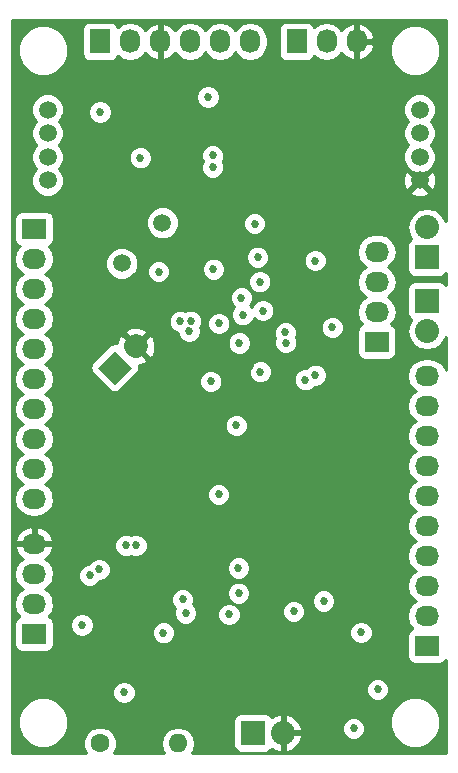
<source format=gbr>
G04 #@! TF.FileFunction,Copper,L2,Inr,Signal*
%FSLAX46Y46*%
G04 Gerber Fmt 4.6, Leading zero omitted, Abs format (unit mm)*
G04 Created by KiCad (PCBNEW 4.0.1-2.201512121406+6195~38~ubuntu14.04.1-stable) date Sun 27 Dec 2015 07:04:44 PM CET*
%MOMM*%
G01*
G04 APERTURE LIST*
%ADD10C,0.100000*%
%ADD11R,2.032000X1.727200*%
%ADD12O,2.032000X1.727200*%
%ADD13R,2.032000X2.032000*%
%ADD14O,2.032000X2.032000*%
%ADD15R,1.727200X2.032000*%
%ADD16O,1.727200X2.032000*%
%ADD17C,1.500000*%
%ADD18C,1.600000*%
%ADD19O,1.600000X1.600000*%
%ADD20C,1.501140*%
%ADD21C,2.032000*%
%ADD22C,0.685800*%
%ADD23C,0.254000*%
G04 APERTURE END LIST*
D10*
D11*
X112014000Y-129921000D03*
D12*
X112014000Y-127381000D03*
X112014000Y-124841000D03*
X112014000Y-122301000D03*
X112014000Y-119761000D03*
X112014000Y-117221000D03*
X112014000Y-114681000D03*
X112014000Y-112141000D03*
X112014000Y-109601000D03*
X112014000Y-107061000D03*
D11*
X78740000Y-94615000D03*
D12*
X78740000Y-97155000D03*
X78740000Y-99695000D03*
X78740000Y-102235000D03*
X78740000Y-104775000D03*
X78740000Y-107315000D03*
X78740000Y-109855000D03*
X78740000Y-112395000D03*
X78740000Y-114935000D03*
X78740000Y-117475000D03*
D11*
X107746800Y-104165400D03*
D12*
X107746800Y-101625400D03*
X107746800Y-99085400D03*
X107746800Y-96545400D03*
D13*
X112014000Y-100711000D03*
D14*
X112014000Y-103251000D03*
D11*
X78740000Y-128905000D03*
D12*
X78740000Y-126365000D03*
X78740000Y-123825000D03*
X78740000Y-121285000D03*
D13*
X112014000Y-97028000D03*
D14*
X112014000Y-94488000D03*
D15*
X84328000Y-78740000D03*
D16*
X86868000Y-78740000D03*
X89408000Y-78740000D03*
X91948000Y-78740000D03*
X94488000Y-78740000D03*
X97028000Y-78740000D03*
D17*
X111379000Y-90501000D03*
X111379000Y-88501000D03*
X111379000Y-86501000D03*
X111379000Y-84501000D03*
X79883000Y-84505000D03*
X79883000Y-86505000D03*
X79883000Y-88505000D03*
X79883000Y-90505000D03*
D15*
X100965000Y-78740000D03*
D16*
X103505000Y-78740000D03*
X106045000Y-78740000D03*
D18*
X84330000Y-138176000D03*
D19*
X90930000Y-138176000D03*
D13*
X97282000Y-137287000D03*
D14*
X99822000Y-137287000D03*
D20*
X89610005Y-94082795D03*
X86157995Y-97534805D03*
D10*
G36*
X87009441Y-106349800D02*
X85572600Y-107786641D01*
X84135759Y-106349800D01*
X85572600Y-104912959D01*
X87009441Y-106349800D01*
X87009441Y-106349800D01*
G37*
D21*
X87368651Y-104553749D02*
X87368651Y-104553749D01*
D22*
X89281000Y-98221800D03*
X86741000Y-84709000D03*
X87198200Y-90601800D03*
X105003600Y-134264400D03*
X84455000Y-125171200D03*
X97028000Y-106222800D03*
X87884000Y-101286492D03*
X95275400Y-101676200D03*
X100177600Y-94005400D03*
X92979107Y-94672303D03*
X97282000Y-120142000D03*
X103124000Y-136906000D03*
X94488000Y-119761000D03*
X100330000Y-113588800D03*
X87884000Y-95173800D03*
X100330000Y-97205800D03*
X89154000Y-121793000D03*
X84201000Y-128143000D03*
X88773000Y-134112000D03*
X82804000Y-135636000D03*
X92837000Y-135636000D03*
X93929200Y-98018600D03*
X96418400Y-101879400D03*
X94361000Y-117094000D03*
X86360000Y-133858000D03*
X89687400Y-128803400D03*
X103251000Y-126111000D03*
X106426000Y-128778000D03*
X93472000Y-83439000D03*
X84328000Y-84709000D03*
X87731600Y-88595200D03*
X97663000Y-97002600D03*
X95859600Y-111252000D03*
X97866200Y-99085400D03*
X97891600Y-106705400D03*
X105791000Y-136906000D03*
X107823000Y-133604000D03*
X97409000Y-94157800D03*
X96037400Y-123317000D03*
X96062800Y-125450600D03*
X101701600Y-107391200D03*
X102539800Y-106984800D03*
X102540060Y-97284977D03*
X96291400Y-100431600D03*
X94386400Y-102616000D03*
X91105819Y-102429532D03*
X96113600Y-104267000D03*
X93700600Y-107518200D03*
X93853000Y-89408000D03*
X93853000Y-88392000D03*
X100050600Y-104241600D03*
X100025200Y-103378000D03*
X98120200Y-101523800D03*
X91567000Y-127127000D03*
X92005848Y-102429532D03*
X87376000Y-121412000D03*
X91866663Y-103256107D03*
X83439000Y-123952000D03*
X86487000Y-121412000D03*
X82804000Y-128143000D03*
X84251800Y-123444000D03*
X100711000Y-127000000D03*
X91313000Y-125984000D03*
X95250000Y-127254000D03*
X103987600Y-102946200D03*
D23*
G36*
X113590000Y-93948341D02*
X113571670Y-93856190D01*
X113213778Y-93320567D01*
X112678155Y-92962675D01*
X112046345Y-92837000D01*
X111981655Y-92837000D01*
X111349845Y-92962675D01*
X110814222Y-93320567D01*
X110456330Y-93856190D01*
X110330655Y-94488000D01*
X110456330Y-95119810D01*
X110683499Y-95459792D01*
X110546559Y-95547910D01*
X110401569Y-95760110D01*
X110350560Y-96012000D01*
X110350560Y-98044000D01*
X110394838Y-98279317D01*
X110533910Y-98495441D01*
X110746110Y-98640431D01*
X110998000Y-98691440D01*
X113030000Y-98691440D01*
X113265317Y-98647162D01*
X113481441Y-98508090D01*
X113590000Y-98349209D01*
X113590000Y-99392607D01*
X113494090Y-99243559D01*
X113281890Y-99098569D01*
X113030000Y-99047560D01*
X110998000Y-99047560D01*
X110762683Y-99091838D01*
X110546559Y-99230910D01*
X110401569Y-99443110D01*
X110350560Y-99695000D01*
X110350560Y-101727000D01*
X110394838Y-101962317D01*
X110533910Y-102178441D01*
X110682837Y-102280198D01*
X110456330Y-102619190D01*
X110330655Y-103251000D01*
X110456330Y-103882810D01*
X110814222Y-104418433D01*
X111349845Y-104776325D01*
X111981655Y-104902000D01*
X112046345Y-104902000D01*
X112678155Y-104776325D01*
X113213778Y-104418433D01*
X113571670Y-103882810D01*
X113590000Y-103790659D01*
X113590000Y-106521340D01*
X113583271Y-106487511D01*
X113258415Y-106001330D01*
X112772234Y-105676474D01*
X112198745Y-105562400D01*
X111829255Y-105562400D01*
X111255766Y-105676474D01*
X110769585Y-106001330D01*
X110444729Y-106487511D01*
X110330655Y-107061000D01*
X110444729Y-107634489D01*
X110769585Y-108120670D01*
X111084366Y-108331000D01*
X110769585Y-108541330D01*
X110444729Y-109027511D01*
X110330655Y-109601000D01*
X110444729Y-110174489D01*
X110769585Y-110660670D01*
X111084366Y-110871000D01*
X110769585Y-111081330D01*
X110444729Y-111567511D01*
X110330655Y-112141000D01*
X110444729Y-112714489D01*
X110769585Y-113200670D01*
X111084366Y-113411000D01*
X110769585Y-113621330D01*
X110444729Y-114107511D01*
X110330655Y-114681000D01*
X110444729Y-115254489D01*
X110769585Y-115740670D01*
X111084366Y-115951000D01*
X110769585Y-116161330D01*
X110444729Y-116647511D01*
X110330655Y-117221000D01*
X110444729Y-117794489D01*
X110769585Y-118280670D01*
X111084366Y-118491000D01*
X110769585Y-118701330D01*
X110444729Y-119187511D01*
X110330655Y-119761000D01*
X110444729Y-120334489D01*
X110769585Y-120820670D01*
X111084366Y-121031000D01*
X110769585Y-121241330D01*
X110444729Y-121727511D01*
X110330655Y-122301000D01*
X110444729Y-122874489D01*
X110769585Y-123360670D01*
X111084366Y-123571000D01*
X110769585Y-123781330D01*
X110444729Y-124267511D01*
X110330655Y-124841000D01*
X110444729Y-125414489D01*
X110769585Y-125900670D01*
X111084366Y-126111000D01*
X110769585Y-126321330D01*
X110444729Y-126807511D01*
X110330655Y-127381000D01*
X110444729Y-127954489D01*
X110769585Y-128440670D01*
X110783913Y-128450243D01*
X110762683Y-128454238D01*
X110546559Y-128593310D01*
X110401569Y-128805510D01*
X110350560Y-129057400D01*
X110350560Y-130784600D01*
X110394838Y-131019917D01*
X110533910Y-131236041D01*
X110746110Y-131381031D01*
X110998000Y-131432040D01*
X113030000Y-131432040D01*
X113265317Y-131387762D01*
X113481441Y-131248690D01*
X113590000Y-131089809D01*
X113590000Y-138990000D01*
X92106913Y-138990000D01*
X92283880Y-138725151D01*
X92393113Y-138176000D01*
X92283880Y-137626849D01*
X91972811Y-137161302D01*
X91507264Y-136850233D01*
X90958113Y-136741000D01*
X90901887Y-136741000D01*
X90352736Y-136850233D01*
X89887189Y-137161302D01*
X89576120Y-137626849D01*
X89466887Y-138176000D01*
X89576120Y-138725151D01*
X89753087Y-138990000D01*
X85545747Y-138990000D01*
X85545824Y-138989923D01*
X85764750Y-138462691D01*
X85765248Y-137891813D01*
X85547243Y-137364200D01*
X85143923Y-136960176D01*
X84616691Y-136741250D01*
X84045813Y-136740752D01*
X83518200Y-136958757D01*
X83114176Y-137362077D01*
X82895250Y-137889309D01*
X82894752Y-138460187D01*
X83112757Y-138987800D01*
X83114953Y-138990000D01*
X76910000Y-138990000D01*
X76910000Y-136820815D01*
X77366630Y-136820815D01*
X77690980Y-137605800D01*
X78291041Y-138206909D01*
X79075459Y-138532628D01*
X79924815Y-138533370D01*
X80709800Y-138209020D01*
X81310909Y-137608959D01*
X81636628Y-136824541D01*
X81637111Y-136271000D01*
X95618560Y-136271000D01*
X95618560Y-138303000D01*
X95662838Y-138538317D01*
X95801910Y-138754441D01*
X96014110Y-138899431D01*
X96266000Y-138950440D01*
X98298000Y-138950440D01*
X98533317Y-138906162D01*
X98749441Y-138767090D01*
X98860840Y-138604052D01*
X98957182Y-138693385D01*
X99439056Y-138892975D01*
X99695000Y-138773836D01*
X99695000Y-137414000D01*
X99949000Y-137414000D01*
X99949000Y-138773836D01*
X100204944Y-138892975D01*
X100686818Y-138693385D01*
X101159188Y-138255379D01*
X101427983Y-137669946D01*
X101309367Y-137414000D01*
X99949000Y-137414000D01*
X99695000Y-137414000D01*
X99675000Y-137414000D01*
X99675000Y-137160000D01*
X99695000Y-137160000D01*
X99695000Y-135800164D01*
X99949000Y-135800164D01*
X99949000Y-137160000D01*
X101309367Y-137160000D01*
X101337329Y-137099663D01*
X104812931Y-137099663D01*
X104961493Y-137459212D01*
X105236341Y-137734540D01*
X105595630Y-137883730D01*
X105984663Y-137884069D01*
X106344212Y-137735507D01*
X106619540Y-137460659D01*
X106768730Y-137101370D01*
X106768974Y-136820815D01*
X108862630Y-136820815D01*
X109186980Y-137605800D01*
X109787041Y-138206909D01*
X110571459Y-138532628D01*
X111420815Y-138533370D01*
X112205800Y-138209020D01*
X112806909Y-137608959D01*
X113132628Y-136824541D01*
X113133370Y-135975185D01*
X112809020Y-135190200D01*
X112208959Y-134589091D01*
X111424541Y-134263372D01*
X110575185Y-134262630D01*
X109790200Y-134586980D01*
X109189091Y-135187041D01*
X108863372Y-135971459D01*
X108862630Y-136820815D01*
X106768974Y-136820815D01*
X106769069Y-136712337D01*
X106620507Y-136352788D01*
X106345659Y-136077460D01*
X105986370Y-135928270D01*
X105597337Y-135927931D01*
X105237788Y-136076493D01*
X104962460Y-136351341D01*
X104813270Y-136710630D01*
X104812931Y-137099663D01*
X101337329Y-137099663D01*
X101427983Y-136904054D01*
X101159188Y-136318621D01*
X100686818Y-135880615D01*
X100204944Y-135681025D01*
X99949000Y-135800164D01*
X99695000Y-135800164D01*
X99439056Y-135681025D01*
X98957182Y-135880615D01*
X98859602Y-135971097D01*
X98762090Y-135819559D01*
X98549890Y-135674569D01*
X98298000Y-135623560D01*
X96266000Y-135623560D01*
X96030683Y-135667838D01*
X95814559Y-135806910D01*
X95669569Y-136019110D01*
X95618560Y-136271000D01*
X81637111Y-136271000D01*
X81637370Y-135975185D01*
X81313020Y-135190200D01*
X80712959Y-134589091D01*
X79928541Y-134263372D01*
X79079185Y-134262630D01*
X78294200Y-134586980D01*
X77693091Y-135187041D01*
X77367372Y-135971459D01*
X77366630Y-136820815D01*
X76910000Y-136820815D01*
X76910000Y-134051663D01*
X85381931Y-134051663D01*
X85530493Y-134411212D01*
X85805341Y-134686540D01*
X86164630Y-134835730D01*
X86553663Y-134836069D01*
X86913212Y-134687507D01*
X87188540Y-134412659D01*
X87337730Y-134053370D01*
X87337952Y-133797663D01*
X106844931Y-133797663D01*
X106993493Y-134157212D01*
X107268341Y-134432540D01*
X107627630Y-134581730D01*
X108016663Y-134582069D01*
X108376212Y-134433507D01*
X108651540Y-134158659D01*
X108800730Y-133799370D01*
X108801069Y-133410337D01*
X108652507Y-133050788D01*
X108377659Y-132775460D01*
X108018370Y-132626270D01*
X107629337Y-132625931D01*
X107269788Y-132774493D01*
X106994460Y-133049341D01*
X106845270Y-133408630D01*
X106844931Y-133797663D01*
X87337952Y-133797663D01*
X87338069Y-133664337D01*
X87189507Y-133304788D01*
X86914659Y-133029460D01*
X86555370Y-132880270D01*
X86166337Y-132879931D01*
X85806788Y-133028493D01*
X85531460Y-133303341D01*
X85382270Y-133662630D01*
X85381931Y-134051663D01*
X76910000Y-134051663D01*
X76910000Y-123825000D01*
X77056655Y-123825000D01*
X77170729Y-124398489D01*
X77495585Y-124884670D01*
X77810366Y-125095000D01*
X77495585Y-125305330D01*
X77170729Y-125791511D01*
X77056655Y-126365000D01*
X77170729Y-126938489D01*
X77495585Y-127424670D01*
X77509913Y-127434243D01*
X77488683Y-127438238D01*
X77272559Y-127577310D01*
X77127569Y-127789510D01*
X77076560Y-128041400D01*
X77076560Y-129768600D01*
X77120838Y-130003917D01*
X77259910Y-130220041D01*
X77472110Y-130365031D01*
X77724000Y-130416040D01*
X79756000Y-130416040D01*
X79991317Y-130371762D01*
X80207441Y-130232690D01*
X80352431Y-130020490D01*
X80403440Y-129768600D01*
X80403440Y-128336663D01*
X81825931Y-128336663D01*
X81974493Y-128696212D01*
X82249341Y-128971540D01*
X82608630Y-129120730D01*
X82997663Y-129121069D01*
X83297781Y-128997063D01*
X88709331Y-128997063D01*
X88857893Y-129356612D01*
X89132741Y-129631940D01*
X89492030Y-129781130D01*
X89881063Y-129781469D01*
X90240612Y-129632907D01*
X90515940Y-129358059D01*
X90665130Y-128998770D01*
X90665153Y-128971663D01*
X105447931Y-128971663D01*
X105596493Y-129331212D01*
X105871341Y-129606540D01*
X106230630Y-129755730D01*
X106619663Y-129756069D01*
X106979212Y-129607507D01*
X107254540Y-129332659D01*
X107403730Y-128973370D01*
X107404069Y-128584337D01*
X107255507Y-128224788D01*
X106980659Y-127949460D01*
X106621370Y-127800270D01*
X106232337Y-127799931D01*
X105872788Y-127948493D01*
X105597460Y-128223341D01*
X105448270Y-128582630D01*
X105447931Y-128971663D01*
X90665153Y-128971663D01*
X90665469Y-128609737D01*
X90516907Y-128250188D01*
X90242059Y-127974860D01*
X89882770Y-127825670D01*
X89493737Y-127825331D01*
X89134188Y-127973893D01*
X88858860Y-128248741D01*
X88709670Y-128608030D01*
X88709331Y-128997063D01*
X83297781Y-128997063D01*
X83357212Y-128972507D01*
X83632540Y-128697659D01*
X83781730Y-128338370D01*
X83782069Y-127949337D01*
X83633507Y-127589788D01*
X83358659Y-127314460D01*
X82999370Y-127165270D01*
X82610337Y-127164931D01*
X82250788Y-127313493D01*
X81975460Y-127588341D01*
X81826270Y-127947630D01*
X81825931Y-128336663D01*
X80403440Y-128336663D01*
X80403440Y-128041400D01*
X80359162Y-127806083D01*
X80220090Y-127589959D01*
X80007890Y-127444969D01*
X79966561Y-127436600D01*
X79984415Y-127424670D01*
X80309271Y-126938489D01*
X80423345Y-126365000D01*
X80386082Y-126177663D01*
X90334931Y-126177663D01*
X90483493Y-126537212D01*
X90673861Y-126727912D01*
X90589270Y-126931630D01*
X90588931Y-127320663D01*
X90737493Y-127680212D01*
X91012341Y-127955540D01*
X91371630Y-128104730D01*
X91760663Y-128105069D01*
X92120212Y-127956507D01*
X92395540Y-127681659D01*
X92492703Y-127447663D01*
X94271931Y-127447663D01*
X94420493Y-127807212D01*
X94695341Y-128082540D01*
X95054630Y-128231730D01*
X95443663Y-128232069D01*
X95803212Y-128083507D01*
X96078540Y-127808659D01*
X96227730Y-127449370D01*
X96227952Y-127193663D01*
X99732931Y-127193663D01*
X99881493Y-127553212D01*
X100156341Y-127828540D01*
X100515630Y-127977730D01*
X100904663Y-127978069D01*
X101264212Y-127829507D01*
X101539540Y-127554659D01*
X101688730Y-127195370D01*
X101689069Y-126806337D01*
X101540507Y-126446788D01*
X101398630Y-126304663D01*
X102272931Y-126304663D01*
X102421493Y-126664212D01*
X102696341Y-126939540D01*
X103055630Y-127088730D01*
X103444663Y-127089069D01*
X103804212Y-126940507D01*
X104079540Y-126665659D01*
X104228730Y-126306370D01*
X104229069Y-125917337D01*
X104080507Y-125557788D01*
X103805659Y-125282460D01*
X103446370Y-125133270D01*
X103057337Y-125132931D01*
X102697788Y-125281493D01*
X102422460Y-125556341D01*
X102273270Y-125915630D01*
X102272931Y-126304663D01*
X101398630Y-126304663D01*
X101265659Y-126171460D01*
X100906370Y-126022270D01*
X100517337Y-126021931D01*
X100157788Y-126170493D01*
X99882460Y-126445341D01*
X99733270Y-126804630D01*
X99732931Y-127193663D01*
X96227952Y-127193663D01*
X96228069Y-127060337D01*
X96079507Y-126700788D01*
X95804659Y-126425460D01*
X95445370Y-126276270D01*
X95056337Y-126275931D01*
X94696788Y-126424493D01*
X94421460Y-126699341D01*
X94272270Y-127058630D01*
X94271931Y-127447663D01*
X92492703Y-127447663D01*
X92544730Y-127322370D01*
X92545069Y-126933337D01*
X92396507Y-126573788D01*
X92206139Y-126383088D01*
X92290730Y-126179370D01*
X92291069Y-125790337D01*
X92230713Y-125644263D01*
X95084731Y-125644263D01*
X95233293Y-126003812D01*
X95508141Y-126279140D01*
X95867430Y-126428330D01*
X96256463Y-126428669D01*
X96616012Y-126280107D01*
X96891340Y-126005259D01*
X97040530Y-125645970D01*
X97040869Y-125256937D01*
X96892307Y-124897388D01*
X96617459Y-124622060D01*
X96258170Y-124472870D01*
X95869137Y-124472531D01*
X95509588Y-124621093D01*
X95234260Y-124895941D01*
X95085070Y-125255230D01*
X95084731Y-125644263D01*
X92230713Y-125644263D01*
X92142507Y-125430788D01*
X91867659Y-125155460D01*
X91508370Y-125006270D01*
X91119337Y-125005931D01*
X90759788Y-125154493D01*
X90484460Y-125429341D01*
X90335270Y-125788630D01*
X90334931Y-126177663D01*
X80386082Y-126177663D01*
X80309271Y-125791511D01*
X79984415Y-125305330D01*
X79669634Y-125095000D01*
X79984415Y-124884670D01*
X80309271Y-124398489D01*
X80359561Y-124145663D01*
X82460931Y-124145663D01*
X82609493Y-124505212D01*
X82884341Y-124780540D01*
X83243630Y-124929730D01*
X83632663Y-124930069D01*
X83992212Y-124781507D01*
X84267540Y-124506659D01*
X84302717Y-124421945D01*
X84445463Y-124422069D01*
X84805012Y-124273507D01*
X85080340Y-123998659D01*
X85229530Y-123639370D01*
X85229642Y-123510663D01*
X95059331Y-123510663D01*
X95207893Y-123870212D01*
X95482741Y-124145540D01*
X95842030Y-124294730D01*
X96231063Y-124295069D01*
X96590612Y-124146507D01*
X96865940Y-123871659D01*
X97015130Y-123512370D01*
X97015469Y-123123337D01*
X96866907Y-122763788D01*
X96592059Y-122488460D01*
X96232770Y-122339270D01*
X95843737Y-122338931D01*
X95484188Y-122487493D01*
X95208860Y-122762341D01*
X95059670Y-123121630D01*
X95059331Y-123510663D01*
X85229642Y-123510663D01*
X85229869Y-123250337D01*
X85081307Y-122890788D01*
X84806459Y-122615460D01*
X84447170Y-122466270D01*
X84058137Y-122465931D01*
X83698588Y-122614493D01*
X83423260Y-122889341D01*
X83388083Y-122974055D01*
X83245337Y-122973931D01*
X82885788Y-123122493D01*
X82610460Y-123397341D01*
X82461270Y-123756630D01*
X82460931Y-124145663D01*
X80359561Y-124145663D01*
X80423345Y-123825000D01*
X80309271Y-123251511D01*
X79984415Y-122765330D01*
X79674931Y-122558539D01*
X80090732Y-122187036D01*
X80344709Y-121659791D01*
X80347358Y-121644026D01*
X80327329Y-121605663D01*
X85508931Y-121605663D01*
X85657493Y-121965212D01*
X85932341Y-122240540D01*
X86291630Y-122389730D01*
X86680663Y-122390069D01*
X86931673Y-122286354D01*
X87180630Y-122389730D01*
X87569663Y-122390069D01*
X87929212Y-122241507D01*
X88204540Y-121966659D01*
X88353730Y-121607370D01*
X88354069Y-121218337D01*
X88205507Y-120858788D01*
X87930659Y-120583460D01*
X87571370Y-120434270D01*
X87182337Y-120433931D01*
X86931327Y-120537646D01*
X86682370Y-120434270D01*
X86293337Y-120433931D01*
X85933788Y-120582493D01*
X85658460Y-120857341D01*
X85509270Y-121216630D01*
X85508931Y-121605663D01*
X80327329Y-121605663D01*
X80226217Y-121412000D01*
X78867000Y-121412000D01*
X78867000Y-121432000D01*
X78613000Y-121432000D01*
X78613000Y-121412000D01*
X77253783Y-121412000D01*
X77132642Y-121644026D01*
X77135291Y-121659791D01*
X77389268Y-122187036D01*
X77805069Y-122558539D01*
X77495585Y-122765330D01*
X77170729Y-123251511D01*
X77056655Y-123825000D01*
X76910000Y-123825000D01*
X76910000Y-120925974D01*
X77132642Y-120925974D01*
X77253783Y-121158000D01*
X78613000Y-121158000D01*
X78613000Y-119944076D01*
X78867000Y-119944076D01*
X78867000Y-121158000D01*
X80226217Y-121158000D01*
X80347358Y-120925974D01*
X80344709Y-120910209D01*
X80090732Y-120382964D01*
X79654320Y-119993046D01*
X79101913Y-119799816D01*
X78867000Y-119944076D01*
X78613000Y-119944076D01*
X78378087Y-119799816D01*
X77825680Y-119993046D01*
X77389268Y-120382964D01*
X77135291Y-120910209D01*
X77132642Y-120925974D01*
X76910000Y-120925974D01*
X76910000Y-97155000D01*
X77056655Y-97155000D01*
X77170729Y-97728489D01*
X77495585Y-98214670D01*
X77810366Y-98425000D01*
X77495585Y-98635330D01*
X77170729Y-99121511D01*
X77056655Y-99695000D01*
X77170729Y-100268489D01*
X77495585Y-100754670D01*
X77810366Y-100965000D01*
X77495585Y-101175330D01*
X77170729Y-101661511D01*
X77056655Y-102235000D01*
X77170729Y-102808489D01*
X77495585Y-103294670D01*
X77810366Y-103505000D01*
X77495585Y-103715330D01*
X77170729Y-104201511D01*
X77056655Y-104775000D01*
X77170729Y-105348489D01*
X77495585Y-105834670D01*
X77810366Y-106045000D01*
X77495585Y-106255330D01*
X77170729Y-106741511D01*
X77056655Y-107315000D01*
X77170729Y-107888489D01*
X77495585Y-108374670D01*
X77810366Y-108585000D01*
X77495585Y-108795330D01*
X77170729Y-109281511D01*
X77056655Y-109855000D01*
X77170729Y-110428489D01*
X77495585Y-110914670D01*
X77810366Y-111125000D01*
X77495585Y-111335330D01*
X77170729Y-111821511D01*
X77056655Y-112395000D01*
X77170729Y-112968489D01*
X77495585Y-113454670D01*
X77810366Y-113665000D01*
X77495585Y-113875330D01*
X77170729Y-114361511D01*
X77056655Y-114935000D01*
X77170729Y-115508489D01*
X77495585Y-115994670D01*
X77810366Y-116205000D01*
X77495585Y-116415330D01*
X77170729Y-116901511D01*
X77056655Y-117475000D01*
X77170729Y-118048489D01*
X77495585Y-118534670D01*
X77981766Y-118859526D01*
X78555255Y-118973600D01*
X78924745Y-118973600D01*
X79498234Y-118859526D01*
X79984415Y-118534670D01*
X80309271Y-118048489D01*
X80423345Y-117475000D01*
X80386082Y-117287663D01*
X93382931Y-117287663D01*
X93531493Y-117647212D01*
X93806341Y-117922540D01*
X94165630Y-118071730D01*
X94554663Y-118072069D01*
X94914212Y-117923507D01*
X95189540Y-117648659D01*
X95338730Y-117289370D01*
X95339069Y-116900337D01*
X95190507Y-116540788D01*
X94915659Y-116265460D01*
X94556370Y-116116270D01*
X94167337Y-116115931D01*
X93807788Y-116264493D01*
X93532460Y-116539341D01*
X93383270Y-116898630D01*
X93382931Y-117287663D01*
X80386082Y-117287663D01*
X80309271Y-116901511D01*
X79984415Y-116415330D01*
X79669634Y-116205000D01*
X79984415Y-115994670D01*
X80309271Y-115508489D01*
X80423345Y-114935000D01*
X80309271Y-114361511D01*
X79984415Y-113875330D01*
X79669634Y-113665000D01*
X79984415Y-113454670D01*
X80309271Y-112968489D01*
X80423345Y-112395000D01*
X80309271Y-111821511D01*
X80058138Y-111445663D01*
X94881531Y-111445663D01*
X95030093Y-111805212D01*
X95304941Y-112080540D01*
X95664230Y-112229730D01*
X96053263Y-112230069D01*
X96412812Y-112081507D01*
X96688140Y-111806659D01*
X96837330Y-111447370D01*
X96837669Y-111058337D01*
X96689107Y-110698788D01*
X96414259Y-110423460D01*
X96054970Y-110274270D01*
X95665937Y-110273931D01*
X95306388Y-110422493D01*
X95031060Y-110697341D01*
X94881870Y-111056630D01*
X94881531Y-111445663D01*
X80058138Y-111445663D01*
X79984415Y-111335330D01*
X79669634Y-111125000D01*
X79984415Y-110914670D01*
X80309271Y-110428489D01*
X80423345Y-109855000D01*
X80309271Y-109281511D01*
X79984415Y-108795330D01*
X79669634Y-108585000D01*
X79984415Y-108374670D01*
X80309271Y-107888489D01*
X80423345Y-107315000D01*
X80309271Y-106741511D01*
X80041562Y-106340856D01*
X83488381Y-106340856D01*
X83535905Y-106593427D01*
X83677950Y-106807609D01*
X85114791Y-108244450D01*
X85312494Y-108379535D01*
X85563656Y-108434019D01*
X85816227Y-108386495D01*
X86030409Y-108244450D01*
X86562996Y-107711863D01*
X92722531Y-107711863D01*
X92871093Y-108071412D01*
X93145941Y-108346740D01*
X93505230Y-108495930D01*
X93894263Y-108496269D01*
X94253812Y-108347707D01*
X94529140Y-108072859D01*
X94678330Y-107713570D01*
X94678669Y-107324537D01*
X94530107Y-106964988D01*
X94464297Y-106899063D01*
X96913531Y-106899063D01*
X97062093Y-107258612D01*
X97336941Y-107533940D01*
X97696230Y-107683130D01*
X98085263Y-107683469D01*
X98323908Y-107584863D01*
X100723531Y-107584863D01*
X100872093Y-107944412D01*
X101146941Y-108219740D01*
X101506230Y-108368930D01*
X101895263Y-108369269D01*
X102254812Y-108220707D01*
X102513292Y-107962677D01*
X102733463Y-107962869D01*
X103093012Y-107814307D01*
X103368340Y-107539459D01*
X103517530Y-107180170D01*
X103517869Y-106791137D01*
X103369307Y-106431588D01*
X103094459Y-106156260D01*
X102735170Y-106007070D01*
X102346137Y-106006731D01*
X101986588Y-106155293D01*
X101728108Y-106413323D01*
X101507937Y-106413131D01*
X101148388Y-106561693D01*
X100873060Y-106836541D01*
X100723870Y-107195830D01*
X100723531Y-107584863D01*
X98323908Y-107584863D01*
X98444812Y-107534907D01*
X98720140Y-107260059D01*
X98869330Y-106900770D01*
X98869669Y-106511737D01*
X98721107Y-106152188D01*
X98446259Y-105876860D01*
X98086970Y-105727670D01*
X97697937Y-105727331D01*
X97338388Y-105875893D01*
X97063060Y-106150741D01*
X96913870Y-106510030D01*
X96913531Y-106899063D01*
X94464297Y-106899063D01*
X94255259Y-106689660D01*
X93895970Y-106540470D01*
X93506937Y-106540131D01*
X93147388Y-106688693D01*
X92872060Y-106963541D01*
X92722870Y-107322830D01*
X92722531Y-107711863D01*
X86562996Y-107711863D01*
X87467250Y-106807609D01*
X87602335Y-106609906D01*
X87656819Y-106358744D01*
X87620305Y-106164688D01*
X87751597Y-106159732D01*
X88233465Y-105960127D01*
X88330200Y-105694903D01*
X87368651Y-104733354D01*
X87354509Y-104747497D01*
X87174904Y-104567892D01*
X87189046Y-104553749D01*
X87548256Y-104553749D01*
X88509805Y-105515298D01*
X88775029Y-105418563D01*
X88974634Y-104936695D01*
X88992602Y-104460663D01*
X95135531Y-104460663D01*
X95284093Y-104820212D01*
X95558941Y-105095540D01*
X95918230Y-105244730D01*
X96307263Y-105245069D01*
X96666812Y-105096507D01*
X96942140Y-104821659D01*
X97091330Y-104462370D01*
X97091669Y-104073337D01*
X96943107Y-103713788D01*
X96801230Y-103571663D01*
X99047131Y-103571663D01*
X99158254Y-103840603D01*
X99072870Y-104046230D01*
X99072531Y-104435263D01*
X99221093Y-104794812D01*
X99495941Y-105070140D01*
X99855230Y-105219330D01*
X100244263Y-105219669D01*
X100603812Y-105071107D01*
X100879140Y-104796259D01*
X101028330Y-104436970D01*
X101028669Y-104047937D01*
X100917546Y-103778997D01*
X101002930Y-103573370D01*
X101003269Y-103184337D01*
X100984893Y-103139863D01*
X103009531Y-103139863D01*
X103158093Y-103499412D01*
X103432941Y-103774740D01*
X103792230Y-103923930D01*
X104181263Y-103924269D01*
X104540812Y-103775707D01*
X104816140Y-103500859D01*
X104965330Y-103141570D01*
X104965669Y-102752537D01*
X104817107Y-102392988D01*
X104542259Y-102117660D01*
X104182970Y-101968470D01*
X103793937Y-101968131D01*
X103434388Y-102116693D01*
X103159060Y-102391541D01*
X103009870Y-102750830D01*
X103009531Y-103139863D01*
X100984893Y-103139863D01*
X100854707Y-102824788D01*
X100579859Y-102549460D01*
X100220570Y-102400270D01*
X99831537Y-102399931D01*
X99471988Y-102548493D01*
X99196660Y-102823341D01*
X99047470Y-103182630D01*
X99047131Y-103571663D01*
X96801230Y-103571663D01*
X96668259Y-103438460D01*
X96308970Y-103289270D01*
X95919937Y-103288931D01*
X95560388Y-103437493D01*
X95285060Y-103712341D01*
X95135870Y-104071630D01*
X95135531Y-104460663D01*
X88992602Y-104460663D01*
X88998933Y-104292962D01*
X88775036Y-103688931D01*
X88510181Y-103591824D01*
X87548256Y-104553749D01*
X87189046Y-104553749D01*
X86227497Y-103592200D01*
X85962273Y-103688935D01*
X85762668Y-104170803D01*
X85757648Y-104303783D01*
X85581544Y-104265581D01*
X85328973Y-104313105D01*
X85114791Y-104455150D01*
X83677950Y-105891991D01*
X83542865Y-106089694D01*
X83488381Y-106340856D01*
X80041562Y-106340856D01*
X79984415Y-106255330D01*
X79669634Y-106045000D01*
X79984415Y-105834670D01*
X80309271Y-105348489D01*
X80423345Y-104775000D01*
X80309271Y-104201511D01*
X79984415Y-103715330D01*
X79669634Y-103505000D01*
X79807927Y-103412595D01*
X86407102Y-103412595D01*
X87368651Y-104374144D01*
X88330576Y-103412219D01*
X88233469Y-103147364D01*
X87629438Y-102923467D01*
X86985705Y-102947766D01*
X86503837Y-103147371D01*
X86407102Y-103412595D01*
X79807927Y-103412595D01*
X79984415Y-103294670D01*
X80309271Y-102808489D01*
X80346128Y-102623195D01*
X90127750Y-102623195D01*
X90276312Y-102982744D01*
X90551160Y-103258072D01*
X90888639Y-103398206D01*
X90888594Y-103449770D01*
X91037156Y-103809319D01*
X91312004Y-104084647D01*
X91671293Y-104233837D01*
X92060326Y-104234176D01*
X92419875Y-104085614D01*
X92695203Y-103810766D01*
X92844393Y-103451477D01*
X92844732Y-103062444D01*
X92818820Y-102999732D01*
X92834388Y-102984191D01*
X92906858Y-102809663D01*
X93408331Y-102809663D01*
X93556893Y-103169212D01*
X93831741Y-103444540D01*
X94191030Y-103593730D01*
X94580063Y-103594069D01*
X94939612Y-103445507D01*
X95214940Y-103170659D01*
X95364130Y-102811370D01*
X95364469Y-102422337D01*
X95215907Y-102062788D01*
X94941059Y-101787460D01*
X94581770Y-101638270D01*
X94192737Y-101637931D01*
X93833188Y-101786493D01*
X93557860Y-102061341D01*
X93408670Y-102420630D01*
X93408331Y-102809663D01*
X92906858Y-102809663D01*
X92983578Y-102624902D01*
X92983917Y-102235869D01*
X92835355Y-101876320D01*
X92560507Y-101600992D01*
X92201218Y-101451802D01*
X91812185Y-101451463D01*
X91555646Y-101557462D01*
X91301189Y-101451802D01*
X90912156Y-101451463D01*
X90552607Y-101600025D01*
X90277279Y-101874873D01*
X90128089Y-102234162D01*
X90127750Y-102623195D01*
X80346128Y-102623195D01*
X80423345Y-102235000D01*
X80309271Y-101661511D01*
X79984415Y-101175330D01*
X79669634Y-100965000D01*
X79984415Y-100754670D01*
X80070882Y-100625263D01*
X95313331Y-100625263D01*
X95461893Y-100984812D01*
X95695729Y-101219056D01*
X95589860Y-101324741D01*
X95440670Y-101684030D01*
X95440331Y-102073063D01*
X95588893Y-102432612D01*
X95863741Y-102707940D01*
X96223030Y-102857130D01*
X96612063Y-102857469D01*
X96971612Y-102708907D01*
X97246940Y-102434059D01*
X97364499Y-102150947D01*
X97565541Y-102352340D01*
X97924830Y-102501530D01*
X98313863Y-102501869D01*
X98673412Y-102353307D01*
X98948740Y-102078459D01*
X99097930Y-101719170D01*
X99098269Y-101330137D01*
X98949707Y-100970588D01*
X98674859Y-100695260D01*
X98315570Y-100546070D01*
X97926537Y-100545731D01*
X97566988Y-100694293D01*
X97291660Y-100969141D01*
X97174101Y-101252253D01*
X97014071Y-101091944D01*
X97119940Y-100986259D01*
X97269130Y-100626970D01*
X97269469Y-100237937D01*
X97120907Y-99878388D01*
X96846059Y-99603060D01*
X96486770Y-99453870D01*
X96097737Y-99453531D01*
X95738188Y-99602093D01*
X95462860Y-99876941D01*
X95313670Y-100236230D01*
X95313331Y-100625263D01*
X80070882Y-100625263D01*
X80309271Y-100268489D01*
X80423345Y-99695000D01*
X80340611Y-99279063D01*
X96888131Y-99279063D01*
X97036693Y-99638612D01*
X97311541Y-99913940D01*
X97670830Y-100063130D01*
X98059863Y-100063469D01*
X98419412Y-99914907D01*
X98694740Y-99640059D01*
X98843930Y-99280770D01*
X98844269Y-98891737D01*
X98695707Y-98532188D01*
X98420859Y-98256860D01*
X98061570Y-98107670D01*
X97672537Y-98107331D01*
X97312988Y-98255893D01*
X97037660Y-98530741D01*
X96888470Y-98890030D01*
X96888131Y-99279063D01*
X80340611Y-99279063D01*
X80309271Y-99121511D01*
X79984415Y-98635330D01*
X79669634Y-98425000D01*
X79984415Y-98214670D01*
X80255339Y-97809203D01*
X84772185Y-97809203D01*
X84982681Y-98318642D01*
X85372108Y-98708749D01*
X85881179Y-98920134D01*
X86432393Y-98920615D01*
X86941832Y-98710119D01*
X87237002Y-98415463D01*
X88302931Y-98415463D01*
X88451493Y-98775012D01*
X88726341Y-99050340D01*
X89085630Y-99199530D01*
X89474663Y-99199869D01*
X89834212Y-99051307D01*
X90109540Y-98776459D01*
X90258730Y-98417170D01*
X90258908Y-98212263D01*
X92951131Y-98212263D01*
X93099693Y-98571812D01*
X93374541Y-98847140D01*
X93733830Y-98996330D01*
X94122863Y-98996669D01*
X94482412Y-98848107D01*
X94757740Y-98573259D01*
X94906930Y-98213970D01*
X94907269Y-97824937D01*
X94758707Y-97465388D01*
X94490052Y-97196263D01*
X96684931Y-97196263D01*
X96833493Y-97555812D01*
X97108341Y-97831140D01*
X97467630Y-97980330D01*
X97856663Y-97980669D01*
X98216212Y-97832107D01*
X98491540Y-97557259D01*
X98524185Y-97478640D01*
X101561991Y-97478640D01*
X101710553Y-97838189D01*
X101985401Y-98113517D01*
X102344690Y-98262707D01*
X102733723Y-98263046D01*
X103093272Y-98114484D01*
X103368600Y-97839636D01*
X103517790Y-97480347D01*
X103518129Y-97091314D01*
X103369567Y-96731765D01*
X103183527Y-96545400D01*
X106063455Y-96545400D01*
X106177529Y-97118889D01*
X106502385Y-97605070D01*
X106817166Y-97815400D01*
X106502385Y-98025730D01*
X106177529Y-98511911D01*
X106063455Y-99085400D01*
X106177529Y-99658889D01*
X106502385Y-100145070D01*
X106817166Y-100355400D01*
X106502385Y-100565730D01*
X106177529Y-101051911D01*
X106063455Y-101625400D01*
X106177529Y-102198889D01*
X106502385Y-102685070D01*
X106516713Y-102694643D01*
X106495483Y-102698638D01*
X106279359Y-102837710D01*
X106134369Y-103049910D01*
X106083360Y-103301800D01*
X106083360Y-105029000D01*
X106127638Y-105264317D01*
X106266710Y-105480441D01*
X106478910Y-105625431D01*
X106730800Y-105676440D01*
X108762800Y-105676440D01*
X108998117Y-105632162D01*
X109214241Y-105493090D01*
X109359231Y-105280890D01*
X109410240Y-105029000D01*
X109410240Y-103301800D01*
X109365962Y-103066483D01*
X109226890Y-102850359D01*
X109014690Y-102705369D01*
X108973361Y-102697000D01*
X108991215Y-102685070D01*
X109316071Y-102198889D01*
X109430145Y-101625400D01*
X109316071Y-101051911D01*
X108991215Y-100565730D01*
X108676434Y-100355400D01*
X108991215Y-100145070D01*
X109316071Y-99658889D01*
X109430145Y-99085400D01*
X109316071Y-98511911D01*
X108991215Y-98025730D01*
X108676434Y-97815400D01*
X108991215Y-97605070D01*
X109316071Y-97118889D01*
X109430145Y-96545400D01*
X109316071Y-95971911D01*
X108991215Y-95485730D01*
X108505034Y-95160874D01*
X107931545Y-95046800D01*
X107562055Y-95046800D01*
X106988566Y-95160874D01*
X106502385Y-95485730D01*
X106177529Y-95971911D01*
X106063455Y-96545400D01*
X103183527Y-96545400D01*
X103094719Y-96456437D01*
X102735430Y-96307247D01*
X102346397Y-96306908D01*
X101986848Y-96455470D01*
X101711520Y-96730318D01*
X101562330Y-97089607D01*
X101561991Y-97478640D01*
X98524185Y-97478640D01*
X98640730Y-97197970D01*
X98641069Y-96808937D01*
X98492507Y-96449388D01*
X98217659Y-96174060D01*
X97858370Y-96024870D01*
X97469337Y-96024531D01*
X97109788Y-96173093D01*
X96834460Y-96447941D01*
X96685270Y-96807230D01*
X96684931Y-97196263D01*
X94490052Y-97196263D01*
X94483859Y-97190060D01*
X94124570Y-97040870D01*
X93735537Y-97040531D01*
X93375988Y-97189093D01*
X93100660Y-97463941D01*
X92951470Y-97823230D01*
X92951131Y-98212263D01*
X90258908Y-98212263D01*
X90259069Y-98028137D01*
X90110507Y-97668588D01*
X89835659Y-97393260D01*
X89476370Y-97244070D01*
X89087337Y-97243731D01*
X88727788Y-97392293D01*
X88452460Y-97667141D01*
X88303270Y-98026430D01*
X88302931Y-98415463D01*
X87237002Y-98415463D01*
X87331939Y-98320692D01*
X87543324Y-97811621D01*
X87543805Y-97260407D01*
X87333309Y-96750968D01*
X86943882Y-96360861D01*
X86434811Y-96149476D01*
X85883597Y-96148995D01*
X85374158Y-96359491D01*
X84984051Y-96748918D01*
X84772666Y-97257989D01*
X84772185Y-97809203D01*
X80255339Y-97809203D01*
X80309271Y-97728489D01*
X80423345Y-97155000D01*
X80309271Y-96581511D01*
X79984415Y-96095330D01*
X79970087Y-96085757D01*
X79991317Y-96081762D01*
X80207441Y-95942690D01*
X80352431Y-95730490D01*
X80403440Y-95478600D01*
X80403440Y-94357193D01*
X88224195Y-94357193D01*
X88434691Y-94866632D01*
X88824118Y-95256739D01*
X89333189Y-95468124D01*
X89884403Y-95468605D01*
X90393842Y-95258109D01*
X90783949Y-94868682D01*
X90995334Y-94359611D01*
X90995341Y-94351463D01*
X96430931Y-94351463D01*
X96579493Y-94711012D01*
X96854341Y-94986340D01*
X97213630Y-95135530D01*
X97602663Y-95135869D01*
X97962212Y-94987307D01*
X98237540Y-94712459D01*
X98386730Y-94353170D01*
X98387069Y-93964137D01*
X98238507Y-93604588D01*
X97963659Y-93329260D01*
X97604370Y-93180070D01*
X97215337Y-93179731D01*
X96855788Y-93328293D01*
X96580460Y-93603141D01*
X96431270Y-93962430D01*
X96430931Y-94351463D01*
X90995341Y-94351463D01*
X90995815Y-93808397D01*
X90785319Y-93298958D01*
X90395892Y-92908851D01*
X89886821Y-92697466D01*
X89335607Y-92696985D01*
X88826168Y-92907481D01*
X88436061Y-93296908D01*
X88224676Y-93805979D01*
X88224195Y-94357193D01*
X80403440Y-94357193D01*
X80403440Y-93751400D01*
X80359162Y-93516083D01*
X80220090Y-93299959D01*
X80007890Y-93154969D01*
X79756000Y-93103960D01*
X77724000Y-93103960D01*
X77488683Y-93148238D01*
X77272559Y-93287310D01*
X77127569Y-93499510D01*
X77076560Y-93751400D01*
X77076560Y-95478600D01*
X77120838Y-95713917D01*
X77259910Y-95930041D01*
X77472110Y-96075031D01*
X77513439Y-96083400D01*
X77495585Y-96095330D01*
X77170729Y-96581511D01*
X77056655Y-97155000D01*
X76910000Y-97155000D01*
X76910000Y-84779285D01*
X78497760Y-84779285D01*
X78708169Y-85288515D01*
X78924313Y-85505036D01*
X78709539Y-85719436D01*
X78498241Y-86228298D01*
X78497760Y-86779285D01*
X78708169Y-87288515D01*
X78924313Y-87505036D01*
X78709539Y-87719436D01*
X78498241Y-88228298D01*
X78497760Y-88779285D01*
X78708169Y-89288515D01*
X78924313Y-89505036D01*
X78709539Y-89719436D01*
X78498241Y-90228298D01*
X78497760Y-90779285D01*
X78708169Y-91288515D01*
X79097436Y-91678461D01*
X79606298Y-91889759D01*
X80157285Y-91890240D01*
X80666515Y-91679831D01*
X80874190Y-91472517D01*
X110587088Y-91472517D01*
X110655077Y-91713460D01*
X111174171Y-91898201D01*
X111724448Y-91870230D01*
X112102923Y-91713460D01*
X112170912Y-91472517D01*
X111379000Y-90680605D01*
X110587088Y-91472517D01*
X80874190Y-91472517D01*
X81056461Y-91290564D01*
X81267759Y-90781702D01*
X81268240Y-90230715D01*
X81057831Y-89721485D01*
X80841687Y-89504964D01*
X81056461Y-89290564D01*
X81264785Y-88788863D01*
X86753531Y-88788863D01*
X86902093Y-89148412D01*
X87176941Y-89423740D01*
X87536230Y-89572930D01*
X87925263Y-89573269D01*
X88284812Y-89424707D01*
X88560140Y-89149859D01*
X88709330Y-88790570D01*
X88709508Y-88585663D01*
X92874931Y-88585663D01*
X93004948Y-88900330D01*
X92875270Y-89212630D01*
X92874931Y-89601663D01*
X93023493Y-89961212D01*
X93298341Y-90236540D01*
X93657630Y-90385730D01*
X94046663Y-90386069D01*
X94264233Y-90296171D01*
X109981799Y-90296171D01*
X110009770Y-90846448D01*
X110166540Y-91224923D01*
X110407483Y-91292912D01*
X111199395Y-90501000D01*
X111558605Y-90501000D01*
X112350517Y-91292912D01*
X112591460Y-91224923D01*
X112776201Y-90705829D01*
X112748230Y-90155552D01*
X112591460Y-89777077D01*
X112350517Y-89709088D01*
X111558605Y-90501000D01*
X111199395Y-90501000D01*
X110407483Y-89709088D01*
X110166540Y-89777077D01*
X109981799Y-90296171D01*
X94264233Y-90296171D01*
X94406212Y-90237507D01*
X94681540Y-89962659D01*
X94830730Y-89603370D01*
X94831069Y-89214337D01*
X94701052Y-88899670D01*
X94830730Y-88587370D01*
X94831069Y-88198337D01*
X94682507Y-87838788D01*
X94407659Y-87563460D01*
X94048370Y-87414270D01*
X93659337Y-87413931D01*
X93299788Y-87562493D01*
X93024460Y-87837341D01*
X92875270Y-88196630D01*
X92874931Y-88585663D01*
X88709508Y-88585663D01*
X88709669Y-88401537D01*
X88561107Y-88041988D01*
X88286259Y-87766660D01*
X87926970Y-87617470D01*
X87537937Y-87617131D01*
X87178388Y-87765693D01*
X86903060Y-88040541D01*
X86753870Y-88399830D01*
X86753531Y-88788863D01*
X81264785Y-88788863D01*
X81267759Y-88781702D01*
X81268240Y-88230715D01*
X81057831Y-87721485D01*
X80841687Y-87504964D01*
X81056461Y-87290564D01*
X81267759Y-86781702D01*
X81268240Y-86230715D01*
X81057831Y-85721485D01*
X80841687Y-85504964D01*
X81056461Y-85290564D01*
X81217531Y-84902663D01*
X83349931Y-84902663D01*
X83498493Y-85262212D01*
X83773341Y-85537540D01*
X84132630Y-85686730D01*
X84521663Y-85687069D01*
X84881212Y-85538507D01*
X85156540Y-85263659D01*
X85305730Y-84904370D01*
X85305842Y-84775285D01*
X109993760Y-84775285D01*
X110204169Y-85284515D01*
X110420313Y-85501036D01*
X110205539Y-85715436D01*
X109994241Y-86224298D01*
X109993760Y-86775285D01*
X110204169Y-87284515D01*
X110420313Y-87501036D01*
X110205539Y-87715436D01*
X109994241Y-88224298D01*
X109993760Y-88775285D01*
X110204169Y-89284515D01*
X110593436Y-89674461D01*
X110830506Y-89772901D01*
X111379000Y-90321395D01*
X111927428Y-89772967D01*
X112162515Y-89675831D01*
X112552461Y-89286564D01*
X112763759Y-88777702D01*
X112764240Y-88226715D01*
X112553831Y-87717485D01*
X112337687Y-87500964D01*
X112552461Y-87286564D01*
X112763759Y-86777702D01*
X112764240Y-86226715D01*
X112553831Y-85717485D01*
X112337687Y-85500964D01*
X112552461Y-85286564D01*
X112763759Y-84777702D01*
X112764240Y-84226715D01*
X112553831Y-83717485D01*
X112164564Y-83327539D01*
X111655702Y-83116241D01*
X111104715Y-83115760D01*
X110595485Y-83326169D01*
X110205539Y-83715436D01*
X109994241Y-84224298D01*
X109993760Y-84775285D01*
X85305842Y-84775285D01*
X85306069Y-84515337D01*
X85157507Y-84155788D01*
X84882659Y-83880460D01*
X84523370Y-83731270D01*
X84134337Y-83730931D01*
X83774788Y-83879493D01*
X83499460Y-84154341D01*
X83350270Y-84513630D01*
X83349931Y-84902663D01*
X81217531Y-84902663D01*
X81267759Y-84781702D01*
X81268240Y-84230715D01*
X81057831Y-83721485D01*
X80969164Y-83632663D01*
X92493931Y-83632663D01*
X92642493Y-83992212D01*
X92917341Y-84267540D01*
X93276630Y-84416730D01*
X93665663Y-84417069D01*
X94025212Y-84268507D01*
X94300540Y-83993659D01*
X94449730Y-83634370D01*
X94450069Y-83245337D01*
X94301507Y-82885788D01*
X94026659Y-82610460D01*
X93667370Y-82461270D01*
X93278337Y-82460931D01*
X92918788Y-82609493D01*
X92643460Y-82884341D01*
X92494270Y-83243630D01*
X92493931Y-83632663D01*
X80969164Y-83632663D01*
X80668564Y-83331539D01*
X80159702Y-83120241D01*
X79608715Y-83119760D01*
X79099485Y-83330169D01*
X78709539Y-83719436D01*
X78498241Y-84228298D01*
X78497760Y-84779285D01*
X76910000Y-84779285D01*
X76910000Y-79924815D01*
X77366630Y-79924815D01*
X77690980Y-80709800D01*
X78291041Y-81310909D01*
X79075459Y-81636628D01*
X79924815Y-81637370D01*
X80709800Y-81313020D01*
X81310909Y-80712959D01*
X81636628Y-79928541D01*
X81637370Y-79079185D01*
X81313020Y-78294200D01*
X80743815Y-77724000D01*
X82816960Y-77724000D01*
X82816960Y-79756000D01*
X82861238Y-79991317D01*
X83000310Y-80207441D01*
X83212510Y-80352431D01*
X83464400Y-80403440D01*
X85191600Y-80403440D01*
X85426917Y-80359162D01*
X85643041Y-80220090D01*
X85788031Y-80007890D01*
X85796400Y-79966561D01*
X85808330Y-79984415D01*
X86294511Y-80309271D01*
X86868000Y-80423345D01*
X87441489Y-80309271D01*
X87927670Y-79984415D01*
X88134461Y-79674931D01*
X88505964Y-80090732D01*
X89033209Y-80344709D01*
X89048974Y-80347358D01*
X89281000Y-80226217D01*
X89281000Y-78867000D01*
X89261000Y-78867000D01*
X89261000Y-78613000D01*
X89281000Y-78613000D01*
X89281000Y-77253783D01*
X89535000Y-77253783D01*
X89535000Y-78613000D01*
X89555000Y-78613000D01*
X89555000Y-78867000D01*
X89535000Y-78867000D01*
X89535000Y-80226217D01*
X89767026Y-80347358D01*
X89782791Y-80344709D01*
X90310036Y-80090732D01*
X90681539Y-79674931D01*
X90888330Y-79984415D01*
X91374511Y-80309271D01*
X91948000Y-80423345D01*
X92521489Y-80309271D01*
X93007670Y-79984415D01*
X93218000Y-79669634D01*
X93428330Y-79984415D01*
X93914511Y-80309271D01*
X94488000Y-80423345D01*
X95061489Y-80309271D01*
X95547670Y-79984415D01*
X95758000Y-79669634D01*
X95968330Y-79984415D01*
X96454511Y-80309271D01*
X97028000Y-80423345D01*
X97601489Y-80309271D01*
X98087670Y-79984415D01*
X98412526Y-79498234D01*
X98526600Y-78924745D01*
X98526600Y-78555255D01*
X98412526Y-77981766D01*
X98240293Y-77724000D01*
X99453960Y-77724000D01*
X99453960Y-79756000D01*
X99498238Y-79991317D01*
X99637310Y-80207441D01*
X99849510Y-80352431D01*
X100101400Y-80403440D01*
X101828600Y-80403440D01*
X102063917Y-80359162D01*
X102280041Y-80220090D01*
X102425031Y-80007890D01*
X102433400Y-79966561D01*
X102445330Y-79984415D01*
X102931511Y-80309271D01*
X103505000Y-80423345D01*
X104078489Y-80309271D01*
X104564670Y-79984415D01*
X104771461Y-79674931D01*
X105142964Y-80090732D01*
X105670209Y-80344709D01*
X105685974Y-80347358D01*
X105918000Y-80226217D01*
X105918000Y-78867000D01*
X106172000Y-78867000D01*
X106172000Y-80226217D01*
X106404026Y-80347358D01*
X106419791Y-80344709D01*
X106947036Y-80090732D01*
X107095276Y-79924815D01*
X108862630Y-79924815D01*
X109186980Y-80709800D01*
X109787041Y-81310909D01*
X110571459Y-81636628D01*
X111420815Y-81637370D01*
X112205800Y-81313020D01*
X112806909Y-80712959D01*
X113132628Y-79928541D01*
X113133370Y-79079185D01*
X112809020Y-78294200D01*
X112208959Y-77693091D01*
X111424541Y-77367372D01*
X110575185Y-77366630D01*
X109790200Y-77690980D01*
X109189091Y-78291041D01*
X108863372Y-79075459D01*
X108862630Y-79924815D01*
X107095276Y-79924815D01*
X107336954Y-79654320D01*
X107530184Y-79101913D01*
X107385924Y-78867000D01*
X106172000Y-78867000D01*
X105918000Y-78867000D01*
X105898000Y-78867000D01*
X105898000Y-78613000D01*
X105918000Y-78613000D01*
X105918000Y-77253783D01*
X106172000Y-77253783D01*
X106172000Y-78613000D01*
X107385924Y-78613000D01*
X107530184Y-78378087D01*
X107336954Y-77825680D01*
X106947036Y-77389268D01*
X106419791Y-77135291D01*
X106404026Y-77132642D01*
X106172000Y-77253783D01*
X105918000Y-77253783D01*
X105685974Y-77132642D01*
X105670209Y-77135291D01*
X105142964Y-77389268D01*
X104771461Y-77805069D01*
X104564670Y-77495585D01*
X104078489Y-77170729D01*
X103505000Y-77056655D01*
X102931511Y-77170729D01*
X102445330Y-77495585D01*
X102435757Y-77509913D01*
X102431762Y-77488683D01*
X102292690Y-77272559D01*
X102080490Y-77127569D01*
X101828600Y-77076560D01*
X100101400Y-77076560D01*
X99866083Y-77120838D01*
X99649959Y-77259910D01*
X99504969Y-77472110D01*
X99453960Y-77724000D01*
X98240293Y-77724000D01*
X98087670Y-77495585D01*
X97601489Y-77170729D01*
X97028000Y-77056655D01*
X96454511Y-77170729D01*
X95968330Y-77495585D01*
X95758000Y-77810366D01*
X95547670Y-77495585D01*
X95061489Y-77170729D01*
X94488000Y-77056655D01*
X93914511Y-77170729D01*
X93428330Y-77495585D01*
X93218000Y-77810366D01*
X93007670Y-77495585D01*
X92521489Y-77170729D01*
X91948000Y-77056655D01*
X91374511Y-77170729D01*
X90888330Y-77495585D01*
X90681539Y-77805069D01*
X90310036Y-77389268D01*
X89782791Y-77135291D01*
X89767026Y-77132642D01*
X89535000Y-77253783D01*
X89281000Y-77253783D01*
X89048974Y-77132642D01*
X89033209Y-77135291D01*
X88505964Y-77389268D01*
X88134461Y-77805069D01*
X87927670Y-77495585D01*
X87441489Y-77170729D01*
X86868000Y-77056655D01*
X86294511Y-77170729D01*
X85808330Y-77495585D01*
X85798757Y-77509913D01*
X85794762Y-77488683D01*
X85655690Y-77272559D01*
X85443490Y-77127569D01*
X85191600Y-77076560D01*
X83464400Y-77076560D01*
X83229083Y-77120838D01*
X83012959Y-77259910D01*
X82867969Y-77472110D01*
X82816960Y-77724000D01*
X80743815Y-77724000D01*
X80712959Y-77693091D01*
X79928541Y-77367372D01*
X79079185Y-77366630D01*
X78294200Y-77690980D01*
X77693091Y-78291041D01*
X77367372Y-79075459D01*
X77366630Y-79924815D01*
X76910000Y-79924815D01*
X76910000Y-76910000D01*
X113590000Y-76910000D01*
X113590000Y-93948341D01*
X113590000Y-93948341D01*
G37*
X113590000Y-93948341D02*
X113571670Y-93856190D01*
X113213778Y-93320567D01*
X112678155Y-92962675D01*
X112046345Y-92837000D01*
X111981655Y-92837000D01*
X111349845Y-92962675D01*
X110814222Y-93320567D01*
X110456330Y-93856190D01*
X110330655Y-94488000D01*
X110456330Y-95119810D01*
X110683499Y-95459792D01*
X110546559Y-95547910D01*
X110401569Y-95760110D01*
X110350560Y-96012000D01*
X110350560Y-98044000D01*
X110394838Y-98279317D01*
X110533910Y-98495441D01*
X110746110Y-98640431D01*
X110998000Y-98691440D01*
X113030000Y-98691440D01*
X113265317Y-98647162D01*
X113481441Y-98508090D01*
X113590000Y-98349209D01*
X113590000Y-99392607D01*
X113494090Y-99243559D01*
X113281890Y-99098569D01*
X113030000Y-99047560D01*
X110998000Y-99047560D01*
X110762683Y-99091838D01*
X110546559Y-99230910D01*
X110401569Y-99443110D01*
X110350560Y-99695000D01*
X110350560Y-101727000D01*
X110394838Y-101962317D01*
X110533910Y-102178441D01*
X110682837Y-102280198D01*
X110456330Y-102619190D01*
X110330655Y-103251000D01*
X110456330Y-103882810D01*
X110814222Y-104418433D01*
X111349845Y-104776325D01*
X111981655Y-104902000D01*
X112046345Y-104902000D01*
X112678155Y-104776325D01*
X113213778Y-104418433D01*
X113571670Y-103882810D01*
X113590000Y-103790659D01*
X113590000Y-106521340D01*
X113583271Y-106487511D01*
X113258415Y-106001330D01*
X112772234Y-105676474D01*
X112198745Y-105562400D01*
X111829255Y-105562400D01*
X111255766Y-105676474D01*
X110769585Y-106001330D01*
X110444729Y-106487511D01*
X110330655Y-107061000D01*
X110444729Y-107634489D01*
X110769585Y-108120670D01*
X111084366Y-108331000D01*
X110769585Y-108541330D01*
X110444729Y-109027511D01*
X110330655Y-109601000D01*
X110444729Y-110174489D01*
X110769585Y-110660670D01*
X111084366Y-110871000D01*
X110769585Y-111081330D01*
X110444729Y-111567511D01*
X110330655Y-112141000D01*
X110444729Y-112714489D01*
X110769585Y-113200670D01*
X111084366Y-113411000D01*
X110769585Y-113621330D01*
X110444729Y-114107511D01*
X110330655Y-114681000D01*
X110444729Y-115254489D01*
X110769585Y-115740670D01*
X111084366Y-115951000D01*
X110769585Y-116161330D01*
X110444729Y-116647511D01*
X110330655Y-117221000D01*
X110444729Y-117794489D01*
X110769585Y-118280670D01*
X111084366Y-118491000D01*
X110769585Y-118701330D01*
X110444729Y-119187511D01*
X110330655Y-119761000D01*
X110444729Y-120334489D01*
X110769585Y-120820670D01*
X111084366Y-121031000D01*
X110769585Y-121241330D01*
X110444729Y-121727511D01*
X110330655Y-122301000D01*
X110444729Y-122874489D01*
X110769585Y-123360670D01*
X111084366Y-123571000D01*
X110769585Y-123781330D01*
X110444729Y-124267511D01*
X110330655Y-124841000D01*
X110444729Y-125414489D01*
X110769585Y-125900670D01*
X111084366Y-126111000D01*
X110769585Y-126321330D01*
X110444729Y-126807511D01*
X110330655Y-127381000D01*
X110444729Y-127954489D01*
X110769585Y-128440670D01*
X110783913Y-128450243D01*
X110762683Y-128454238D01*
X110546559Y-128593310D01*
X110401569Y-128805510D01*
X110350560Y-129057400D01*
X110350560Y-130784600D01*
X110394838Y-131019917D01*
X110533910Y-131236041D01*
X110746110Y-131381031D01*
X110998000Y-131432040D01*
X113030000Y-131432040D01*
X113265317Y-131387762D01*
X113481441Y-131248690D01*
X113590000Y-131089809D01*
X113590000Y-138990000D01*
X92106913Y-138990000D01*
X92283880Y-138725151D01*
X92393113Y-138176000D01*
X92283880Y-137626849D01*
X91972811Y-137161302D01*
X91507264Y-136850233D01*
X90958113Y-136741000D01*
X90901887Y-136741000D01*
X90352736Y-136850233D01*
X89887189Y-137161302D01*
X89576120Y-137626849D01*
X89466887Y-138176000D01*
X89576120Y-138725151D01*
X89753087Y-138990000D01*
X85545747Y-138990000D01*
X85545824Y-138989923D01*
X85764750Y-138462691D01*
X85765248Y-137891813D01*
X85547243Y-137364200D01*
X85143923Y-136960176D01*
X84616691Y-136741250D01*
X84045813Y-136740752D01*
X83518200Y-136958757D01*
X83114176Y-137362077D01*
X82895250Y-137889309D01*
X82894752Y-138460187D01*
X83112757Y-138987800D01*
X83114953Y-138990000D01*
X76910000Y-138990000D01*
X76910000Y-136820815D01*
X77366630Y-136820815D01*
X77690980Y-137605800D01*
X78291041Y-138206909D01*
X79075459Y-138532628D01*
X79924815Y-138533370D01*
X80709800Y-138209020D01*
X81310909Y-137608959D01*
X81636628Y-136824541D01*
X81637111Y-136271000D01*
X95618560Y-136271000D01*
X95618560Y-138303000D01*
X95662838Y-138538317D01*
X95801910Y-138754441D01*
X96014110Y-138899431D01*
X96266000Y-138950440D01*
X98298000Y-138950440D01*
X98533317Y-138906162D01*
X98749441Y-138767090D01*
X98860840Y-138604052D01*
X98957182Y-138693385D01*
X99439056Y-138892975D01*
X99695000Y-138773836D01*
X99695000Y-137414000D01*
X99949000Y-137414000D01*
X99949000Y-138773836D01*
X100204944Y-138892975D01*
X100686818Y-138693385D01*
X101159188Y-138255379D01*
X101427983Y-137669946D01*
X101309367Y-137414000D01*
X99949000Y-137414000D01*
X99695000Y-137414000D01*
X99675000Y-137414000D01*
X99675000Y-137160000D01*
X99695000Y-137160000D01*
X99695000Y-135800164D01*
X99949000Y-135800164D01*
X99949000Y-137160000D01*
X101309367Y-137160000D01*
X101337329Y-137099663D01*
X104812931Y-137099663D01*
X104961493Y-137459212D01*
X105236341Y-137734540D01*
X105595630Y-137883730D01*
X105984663Y-137884069D01*
X106344212Y-137735507D01*
X106619540Y-137460659D01*
X106768730Y-137101370D01*
X106768974Y-136820815D01*
X108862630Y-136820815D01*
X109186980Y-137605800D01*
X109787041Y-138206909D01*
X110571459Y-138532628D01*
X111420815Y-138533370D01*
X112205800Y-138209020D01*
X112806909Y-137608959D01*
X113132628Y-136824541D01*
X113133370Y-135975185D01*
X112809020Y-135190200D01*
X112208959Y-134589091D01*
X111424541Y-134263372D01*
X110575185Y-134262630D01*
X109790200Y-134586980D01*
X109189091Y-135187041D01*
X108863372Y-135971459D01*
X108862630Y-136820815D01*
X106768974Y-136820815D01*
X106769069Y-136712337D01*
X106620507Y-136352788D01*
X106345659Y-136077460D01*
X105986370Y-135928270D01*
X105597337Y-135927931D01*
X105237788Y-136076493D01*
X104962460Y-136351341D01*
X104813270Y-136710630D01*
X104812931Y-137099663D01*
X101337329Y-137099663D01*
X101427983Y-136904054D01*
X101159188Y-136318621D01*
X100686818Y-135880615D01*
X100204944Y-135681025D01*
X99949000Y-135800164D01*
X99695000Y-135800164D01*
X99439056Y-135681025D01*
X98957182Y-135880615D01*
X98859602Y-135971097D01*
X98762090Y-135819559D01*
X98549890Y-135674569D01*
X98298000Y-135623560D01*
X96266000Y-135623560D01*
X96030683Y-135667838D01*
X95814559Y-135806910D01*
X95669569Y-136019110D01*
X95618560Y-136271000D01*
X81637111Y-136271000D01*
X81637370Y-135975185D01*
X81313020Y-135190200D01*
X80712959Y-134589091D01*
X79928541Y-134263372D01*
X79079185Y-134262630D01*
X78294200Y-134586980D01*
X77693091Y-135187041D01*
X77367372Y-135971459D01*
X77366630Y-136820815D01*
X76910000Y-136820815D01*
X76910000Y-134051663D01*
X85381931Y-134051663D01*
X85530493Y-134411212D01*
X85805341Y-134686540D01*
X86164630Y-134835730D01*
X86553663Y-134836069D01*
X86913212Y-134687507D01*
X87188540Y-134412659D01*
X87337730Y-134053370D01*
X87337952Y-133797663D01*
X106844931Y-133797663D01*
X106993493Y-134157212D01*
X107268341Y-134432540D01*
X107627630Y-134581730D01*
X108016663Y-134582069D01*
X108376212Y-134433507D01*
X108651540Y-134158659D01*
X108800730Y-133799370D01*
X108801069Y-133410337D01*
X108652507Y-133050788D01*
X108377659Y-132775460D01*
X108018370Y-132626270D01*
X107629337Y-132625931D01*
X107269788Y-132774493D01*
X106994460Y-133049341D01*
X106845270Y-133408630D01*
X106844931Y-133797663D01*
X87337952Y-133797663D01*
X87338069Y-133664337D01*
X87189507Y-133304788D01*
X86914659Y-133029460D01*
X86555370Y-132880270D01*
X86166337Y-132879931D01*
X85806788Y-133028493D01*
X85531460Y-133303341D01*
X85382270Y-133662630D01*
X85381931Y-134051663D01*
X76910000Y-134051663D01*
X76910000Y-123825000D01*
X77056655Y-123825000D01*
X77170729Y-124398489D01*
X77495585Y-124884670D01*
X77810366Y-125095000D01*
X77495585Y-125305330D01*
X77170729Y-125791511D01*
X77056655Y-126365000D01*
X77170729Y-126938489D01*
X77495585Y-127424670D01*
X77509913Y-127434243D01*
X77488683Y-127438238D01*
X77272559Y-127577310D01*
X77127569Y-127789510D01*
X77076560Y-128041400D01*
X77076560Y-129768600D01*
X77120838Y-130003917D01*
X77259910Y-130220041D01*
X77472110Y-130365031D01*
X77724000Y-130416040D01*
X79756000Y-130416040D01*
X79991317Y-130371762D01*
X80207441Y-130232690D01*
X80352431Y-130020490D01*
X80403440Y-129768600D01*
X80403440Y-128336663D01*
X81825931Y-128336663D01*
X81974493Y-128696212D01*
X82249341Y-128971540D01*
X82608630Y-129120730D01*
X82997663Y-129121069D01*
X83297781Y-128997063D01*
X88709331Y-128997063D01*
X88857893Y-129356612D01*
X89132741Y-129631940D01*
X89492030Y-129781130D01*
X89881063Y-129781469D01*
X90240612Y-129632907D01*
X90515940Y-129358059D01*
X90665130Y-128998770D01*
X90665153Y-128971663D01*
X105447931Y-128971663D01*
X105596493Y-129331212D01*
X105871341Y-129606540D01*
X106230630Y-129755730D01*
X106619663Y-129756069D01*
X106979212Y-129607507D01*
X107254540Y-129332659D01*
X107403730Y-128973370D01*
X107404069Y-128584337D01*
X107255507Y-128224788D01*
X106980659Y-127949460D01*
X106621370Y-127800270D01*
X106232337Y-127799931D01*
X105872788Y-127948493D01*
X105597460Y-128223341D01*
X105448270Y-128582630D01*
X105447931Y-128971663D01*
X90665153Y-128971663D01*
X90665469Y-128609737D01*
X90516907Y-128250188D01*
X90242059Y-127974860D01*
X89882770Y-127825670D01*
X89493737Y-127825331D01*
X89134188Y-127973893D01*
X88858860Y-128248741D01*
X88709670Y-128608030D01*
X88709331Y-128997063D01*
X83297781Y-128997063D01*
X83357212Y-128972507D01*
X83632540Y-128697659D01*
X83781730Y-128338370D01*
X83782069Y-127949337D01*
X83633507Y-127589788D01*
X83358659Y-127314460D01*
X82999370Y-127165270D01*
X82610337Y-127164931D01*
X82250788Y-127313493D01*
X81975460Y-127588341D01*
X81826270Y-127947630D01*
X81825931Y-128336663D01*
X80403440Y-128336663D01*
X80403440Y-128041400D01*
X80359162Y-127806083D01*
X80220090Y-127589959D01*
X80007890Y-127444969D01*
X79966561Y-127436600D01*
X79984415Y-127424670D01*
X80309271Y-126938489D01*
X80423345Y-126365000D01*
X80386082Y-126177663D01*
X90334931Y-126177663D01*
X90483493Y-126537212D01*
X90673861Y-126727912D01*
X90589270Y-126931630D01*
X90588931Y-127320663D01*
X90737493Y-127680212D01*
X91012341Y-127955540D01*
X91371630Y-128104730D01*
X91760663Y-128105069D01*
X92120212Y-127956507D01*
X92395540Y-127681659D01*
X92492703Y-127447663D01*
X94271931Y-127447663D01*
X94420493Y-127807212D01*
X94695341Y-128082540D01*
X95054630Y-128231730D01*
X95443663Y-128232069D01*
X95803212Y-128083507D01*
X96078540Y-127808659D01*
X96227730Y-127449370D01*
X96227952Y-127193663D01*
X99732931Y-127193663D01*
X99881493Y-127553212D01*
X100156341Y-127828540D01*
X100515630Y-127977730D01*
X100904663Y-127978069D01*
X101264212Y-127829507D01*
X101539540Y-127554659D01*
X101688730Y-127195370D01*
X101689069Y-126806337D01*
X101540507Y-126446788D01*
X101398630Y-126304663D01*
X102272931Y-126304663D01*
X102421493Y-126664212D01*
X102696341Y-126939540D01*
X103055630Y-127088730D01*
X103444663Y-127089069D01*
X103804212Y-126940507D01*
X104079540Y-126665659D01*
X104228730Y-126306370D01*
X104229069Y-125917337D01*
X104080507Y-125557788D01*
X103805659Y-125282460D01*
X103446370Y-125133270D01*
X103057337Y-125132931D01*
X102697788Y-125281493D01*
X102422460Y-125556341D01*
X102273270Y-125915630D01*
X102272931Y-126304663D01*
X101398630Y-126304663D01*
X101265659Y-126171460D01*
X100906370Y-126022270D01*
X100517337Y-126021931D01*
X100157788Y-126170493D01*
X99882460Y-126445341D01*
X99733270Y-126804630D01*
X99732931Y-127193663D01*
X96227952Y-127193663D01*
X96228069Y-127060337D01*
X96079507Y-126700788D01*
X95804659Y-126425460D01*
X95445370Y-126276270D01*
X95056337Y-126275931D01*
X94696788Y-126424493D01*
X94421460Y-126699341D01*
X94272270Y-127058630D01*
X94271931Y-127447663D01*
X92492703Y-127447663D01*
X92544730Y-127322370D01*
X92545069Y-126933337D01*
X92396507Y-126573788D01*
X92206139Y-126383088D01*
X92290730Y-126179370D01*
X92291069Y-125790337D01*
X92230713Y-125644263D01*
X95084731Y-125644263D01*
X95233293Y-126003812D01*
X95508141Y-126279140D01*
X95867430Y-126428330D01*
X96256463Y-126428669D01*
X96616012Y-126280107D01*
X96891340Y-126005259D01*
X97040530Y-125645970D01*
X97040869Y-125256937D01*
X96892307Y-124897388D01*
X96617459Y-124622060D01*
X96258170Y-124472870D01*
X95869137Y-124472531D01*
X95509588Y-124621093D01*
X95234260Y-124895941D01*
X95085070Y-125255230D01*
X95084731Y-125644263D01*
X92230713Y-125644263D01*
X92142507Y-125430788D01*
X91867659Y-125155460D01*
X91508370Y-125006270D01*
X91119337Y-125005931D01*
X90759788Y-125154493D01*
X90484460Y-125429341D01*
X90335270Y-125788630D01*
X90334931Y-126177663D01*
X80386082Y-126177663D01*
X80309271Y-125791511D01*
X79984415Y-125305330D01*
X79669634Y-125095000D01*
X79984415Y-124884670D01*
X80309271Y-124398489D01*
X80359561Y-124145663D01*
X82460931Y-124145663D01*
X82609493Y-124505212D01*
X82884341Y-124780540D01*
X83243630Y-124929730D01*
X83632663Y-124930069D01*
X83992212Y-124781507D01*
X84267540Y-124506659D01*
X84302717Y-124421945D01*
X84445463Y-124422069D01*
X84805012Y-124273507D01*
X85080340Y-123998659D01*
X85229530Y-123639370D01*
X85229642Y-123510663D01*
X95059331Y-123510663D01*
X95207893Y-123870212D01*
X95482741Y-124145540D01*
X95842030Y-124294730D01*
X96231063Y-124295069D01*
X96590612Y-124146507D01*
X96865940Y-123871659D01*
X97015130Y-123512370D01*
X97015469Y-123123337D01*
X96866907Y-122763788D01*
X96592059Y-122488460D01*
X96232770Y-122339270D01*
X95843737Y-122338931D01*
X95484188Y-122487493D01*
X95208860Y-122762341D01*
X95059670Y-123121630D01*
X95059331Y-123510663D01*
X85229642Y-123510663D01*
X85229869Y-123250337D01*
X85081307Y-122890788D01*
X84806459Y-122615460D01*
X84447170Y-122466270D01*
X84058137Y-122465931D01*
X83698588Y-122614493D01*
X83423260Y-122889341D01*
X83388083Y-122974055D01*
X83245337Y-122973931D01*
X82885788Y-123122493D01*
X82610460Y-123397341D01*
X82461270Y-123756630D01*
X82460931Y-124145663D01*
X80359561Y-124145663D01*
X80423345Y-123825000D01*
X80309271Y-123251511D01*
X79984415Y-122765330D01*
X79674931Y-122558539D01*
X80090732Y-122187036D01*
X80344709Y-121659791D01*
X80347358Y-121644026D01*
X80327329Y-121605663D01*
X85508931Y-121605663D01*
X85657493Y-121965212D01*
X85932341Y-122240540D01*
X86291630Y-122389730D01*
X86680663Y-122390069D01*
X86931673Y-122286354D01*
X87180630Y-122389730D01*
X87569663Y-122390069D01*
X87929212Y-122241507D01*
X88204540Y-121966659D01*
X88353730Y-121607370D01*
X88354069Y-121218337D01*
X88205507Y-120858788D01*
X87930659Y-120583460D01*
X87571370Y-120434270D01*
X87182337Y-120433931D01*
X86931327Y-120537646D01*
X86682370Y-120434270D01*
X86293337Y-120433931D01*
X85933788Y-120582493D01*
X85658460Y-120857341D01*
X85509270Y-121216630D01*
X85508931Y-121605663D01*
X80327329Y-121605663D01*
X80226217Y-121412000D01*
X78867000Y-121412000D01*
X78867000Y-121432000D01*
X78613000Y-121432000D01*
X78613000Y-121412000D01*
X77253783Y-121412000D01*
X77132642Y-121644026D01*
X77135291Y-121659791D01*
X77389268Y-122187036D01*
X77805069Y-122558539D01*
X77495585Y-122765330D01*
X77170729Y-123251511D01*
X77056655Y-123825000D01*
X76910000Y-123825000D01*
X76910000Y-120925974D01*
X77132642Y-120925974D01*
X77253783Y-121158000D01*
X78613000Y-121158000D01*
X78613000Y-119944076D01*
X78867000Y-119944076D01*
X78867000Y-121158000D01*
X80226217Y-121158000D01*
X80347358Y-120925974D01*
X80344709Y-120910209D01*
X80090732Y-120382964D01*
X79654320Y-119993046D01*
X79101913Y-119799816D01*
X78867000Y-119944076D01*
X78613000Y-119944076D01*
X78378087Y-119799816D01*
X77825680Y-119993046D01*
X77389268Y-120382964D01*
X77135291Y-120910209D01*
X77132642Y-120925974D01*
X76910000Y-120925974D01*
X76910000Y-97155000D01*
X77056655Y-97155000D01*
X77170729Y-97728489D01*
X77495585Y-98214670D01*
X77810366Y-98425000D01*
X77495585Y-98635330D01*
X77170729Y-99121511D01*
X77056655Y-99695000D01*
X77170729Y-100268489D01*
X77495585Y-100754670D01*
X77810366Y-100965000D01*
X77495585Y-101175330D01*
X77170729Y-101661511D01*
X77056655Y-102235000D01*
X77170729Y-102808489D01*
X77495585Y-103294670D01*
X77810366Y-103505000D01*
X77495585Y-103715330D01*
X77170729Y-104201511D01*
X77056655Y-104775000D01*
X77170729Y-105348489D01*
X77495585Y-105834670D01*
X77810366Y-106045000D01*
X77495585Y-106255330D01*
X77170729Y-106741511D01*
X77056655Y-107315000D01*
X77170729Y-107888489D01*
X77495585Y-108374670D01*
X77810366Y-108585000D01*
X77495585Y-108795330D01*
X77170729Y-109281511D01*
X77056655Y-109855000D01*
X77170729Y-110428489D01*
X77495585Y-110914670D01*
X77810366Y-111125000D01*
X77495585Y-111335330D01*
X77170729Y-111821511D01*
X77056655Y-112395000D01*
X77170729Y-112968489D01*
X77495585Y-113454670D01*
X77810366Y-113665000D01*
X77495585Y-113875330D01*
X77170729Y-114361511D01*
X77056655Y-114935000D01*
X77170729Y-115508489D01*
X77495585Y-115994670D01*
X77810366Y-116205000D01*
X77495585Y-116415330D01*
X77170729Y-116901511D01*
X77056655Y-117475000D01*
X77170729Y-118048489D01*
X77495585Y-118534670D01*
X77981766Y-118859526D01*
X78555255Y-118973600D01*
X78924745Y-118973600D01*
X79498234Y-118859526D01*
X79984415Y-118534670D01*
X80309271Y-118048489D01*
X80423345Y-117475000D01*
X80386082Y-117287663D01*
X93382931Y-117287663D01*
X93531493Y-117647212D01*
X93806341Y-117922540D01*
X94165630Y-118071730D01*
X94554663Y-118072069D01*
X94914212Y-117923507D01*
X95189540Y-117648659D01*
X95338730Y-117289370D01*
X95339069Y-116900337D01*
X95190507Y-116540788D01*
X94915659Y-116265460D01*
X94556370Y-116116270D01*
X94167337Y-116115931D01*
X93807788Y-116264493D01*
X93532460Y-116539341D01*
X93383270Y-116898630D01*
X93382931Y-117287663D01*
X80386082Y-117287663D01*
X80309271Y-116901511D01*
X79984415Y-116415330D01*
X79669634Y-116205000D01*
X79984415Y-115994670D01*
X80309271Y-115508489D01*
X80423345Y-114935000D01*
X80309271Y-114361511D01*
X79984415Y-113875330D01*
X79669634Y-113665000D01*
X79984415Y-113454670D01*
X80309271Y-112968489D01*
X80423345Y-112395000D01*
X80309271Y-111821511D01*
X80058138Y-111445663D01*
X94881531Y-111445663D01*
X95030093Y-111805212D01*
X95304941Y-112080540D01*
X95664230Y-112229730D01*
X96053263Y-112230069D01*
X96412812Y-112081507D01*
X96688140Y-111806659D01*
X96837330Y-111447370D01*
X96837669Y-111058337D01*
X96689107Y-110698788D01*
X96414259Y-110423460D01*
X96054970Y-110274270D01*
X95665937Y-110273931D01*
X95306388Y-110422493D01*
X95031060Y-110697341D01*
X94881870Y-111056630D01*
X94881531Y-111445663D01*
X80058138Y-111445663D01*
X79984415Y-111335330D01*
X79669634Y-111125000D01*
X79984415Y-110914670D01*
X80309271Y-110428489D01*
X80423345Y-109855000D01*
X80309271Y-109281511D01*
X79984415Y-108795330D01*
X79669634Y-108585000D01*
X79984415Y-108374670D01*
X80309271Y-107888489D01*
X80423345Y-107315000D01*
X80309271Y-106741511D01*
X80041562Y-106340856D01*
X83488381Y-106340856D01*
X83535905Y-106593427D01*
X83677950Y-106807609D01*
X85114791Y-108244450D01*
X85312494Y-108379535D01*
X85563656Y-108434019D01*
X85816227Y-108386495D01*
X86030409Y-108244450D01*
X86562996Y-107711863D01*
X92722531Y-107711863D01*
X92871093Y-108071412D01*
X93145941Y-108346740D01*
X93505230Y-108495930D01*
X93894263Y-108496269D01*
X94253812Y-108347707D01*
X94529140Y-108072859D01*
X94678330Y-107713570D01*
X94678669Y-107324537D01*
X94530107Y-106964988D01*
X94464297Y-106899063D01*
X96913531Y-106899063D01*
X97062093Y-107258612D01*
X97336941Y-107533940D01*
X97696230Y-107683130D01*
X98085263Y-107683469D01*
X98323908Y-107584863D01*
X100723531Y-107584863D01*
X100872093Y-107944412D01*
X101146941Y-108219740D01*
X101506230Y-108368930D01*
X101895263Y-108369269D01*
X102254812Y-108220707D01*
X102513292Y-107962677D01*
X102733463Y-107962869D01*
X103093012Y-107814307D01*
X103368340Y-107539459D01*
X103517530Y-107180170D01*
X103517869Y-106791137D01*
X103369307Y-106431588D01*
X103094459Y-106156260D01*
X102735170Y-106007070D01*
X102346137Y-106006731D01*
X101986588Y-106155293D01*
X101728108Y-106413323D01*
X101507937Y-106413131D01*
X101148388Y-106561693D01*
X100873060Y-106836541D01*
X100723870Y-107195830D01*
X100723531Y-107584863D01*
X98323908Y-107584863D01*
X98444812Y-107534907D01*
X98720140Y-107260059D01*
X98869330Y-106900770D01*
X98869669Y-106511737D01*
X98721107Y-106152188D01*
X98446259Y-105876860D01*
X98086970Y-105727670D01*
X97697937Y-105727331D01*
X97338388Y-105875893D01*
X97063060Y-106150741D01*
X96913870Y-106510030D01*
X96913531Y-106899063D01*
X94464297Y-106899063D01*
X94255259Y-106689660D01*
X93895970Y-106540470D01*
X93506937Y-106540131D01*
X93147388Y-106688693D01*
X92872060Y-106963541D01*
X92722870Y-107322830D01*
X92722531Y-107711863D01*
X86562996Y-107711863D01*
X87467250Y-106807609D01*
X87602335Y-106609906D01*
X87656819Y-106358744D01*
X87620305Y-106164688D01*
X87751597Y-106159732D01*
X88233465Y-105960127D01*
X88330200Y-105694903D01*
X87368651Y-104733354D01*
X87354509Y-104747497D01*
X87174904Y-104567892D01*
X87189046Y-104553749D01*
X87548256Y-104553749D01*
X88509805Y-105515298D01*
X88775029Y-105418563D01*
X88974634Y-104936695D01*
X88992602Y-104460663D01*
X95135531Y-104460663D01*
X95284093Y-104820212D01*
X95558941Y-105095540D01*
X95918230Y-105244730D01*
X96307263Y-105245069D01*
X96666812Y-105096507D01*
X96942140Y-104821659D01*
X97091330Y-104462370D01*
X97091669Y-104073337D01*
X96943107Y-103713788D01*
X96801230Y-103571663D01*
X99047131Y-103571663D01*
X99158254Y-103840603D01*
X99072870Y-104046230D01*
X99072531Y-104435263D01*
X99221093Y-104794812D01*
X99495941Y-105070140D01*
X99855230Y-105219330D01*
X100244263Y-105219669D01*
X100603812Y-105071107D01*
X100879140Y-104796259D01*
X101028330Y-104436970D01*
X101028669Y-104047937D01*
X100917546Y-103778997D01*
X101002930Y-103573370D01*
X101003269Y-103184337D01*
X100984893Y-103139863D01*
X103009531Y-103139863D01*
X103158093Y-103499412D01*
X103432941Y-103774740D01*
X103792230Y-103923930D01*
X104181263Y-103924269D01*
X104540812Y-103775707D01*
X104816140Y-103500859D01*
X104965330Y-103141570D01*
X104965669Y-102752537D01*
X104817107Y-102392988D01*
X104542259Y-102117660D01*
X104182970Y-101968470D01*
X103793937Y-101968131D01*
X103434388Y-102116693D01*
X103159060Y-102391541D01*
X103009870Y-102750830D01*
X103009531Y-103139863D01*
X100984893Y-103139863D01*
X100854707Y-102824788D01*
X100579859Y-102549460D01*
X100220570Y-102400270D01*
X99831537Y-102399931D01*
X99471988Y-102548493D01*
X99196660Y-102823341D01*
X99047470Y-103182630D01*
X99047131Y-103571663D01*
X96801230Y-103571663D01*
X96668259Y-103438460D01*
X96308970Y-103289270D01*
X95919937Y-103288931D01*
X95560388Y-103437493D01*
X95285060Y-103712341D01*
X95135870Y-104071630D01*
X95135531Y-104460663D01*
X88992602Y-104460663D01*
X88998933Y-104292962D01*
X88775036Y-103688931D01*
X88510181Y-103591824D01*
X87548256Y-104553749D01*
X87189046Y-104553749D01*
X86227497Y-103592200D01*
X85962273Y-103688935D01*
X85762668Y-104170803D01*
X85757648Y-104303783D01*
X85581544Y-104265581D01*
X85328973Y-104313105D01*
X85114791Y-104455150D01*
X83677950Y-105891991D01*
X83542865Y-106089694D01*
X83488381Y-106340856D01*
X80041562Y-106340856D01*
X79984415Y-106255330D01*
X79669634Y-106045000D01*
X79984415Y-105834670D01*
X80309271Y-105348489D01*
X80423345Y-104775000D01*
X80309271Y-104201511D01*
X79984415Y-103715330D01*
X79669634Y-103505000D01*
X79807927Y-103412595D01*
X86407102Y-103412595D01*
X87368651Y-104374144D01*
X88330576Y-103412219D01*
X88233469Y-103147364D01*
X87629438Y-102923467D01*
X86985705Y-102947766D01*
X86503837Y-103147371D01*
X86407102Y-103412595D01*
X79807927Y-103412595D01*
X79984415Y-103294670D01*
X80309271Y-102808489D01*
X80346128Y-102623195D01*
X90127750Y-102623195D01*
X90276312Y-102982744D01*
X90551160Y-103258072D01*
X90888639Y-103398206D01*
X90888594Y-103449770D01*
X91037156Y-103809319D01*
X91312004Y-104084647D01*
X91671293Y-104233837D01*
X92060326Y-104234176D01*
X92419875Y-104085614D01*
X92695203Y-103810766D01*
X92844393Y-103451477D01*
X92844732Y-103062444D01*
X92818820Y-102999732D01*
X92834388Y-102984191D01*
X92906858Y-102809663D01*
X93408331Y-102809663D01*
X93556893Y-103169212D01*
X93831741Y-103444540D01*
X94191030Y-103593730D01*
X94580063Y-103594069D01*
X94939612Y-103445507D01*
X95214940Y-103170659D01*
X95364130Y-102811370D01*
X95364469Y-102422337D01*
X95215907Y-102062788D01*
X94941059Y-101787460D01*
X94581770Y-101638270D01*
X94192737Y-101637931D01*
X93833188Y-101786493D01*
X93557860Y-102061341D01*
X93408670Y-102420630D01*
X93408331Y-102809663D01*
X92906858Y-102809663D01*
X92983578Y-102624902D01*
X92983917Y-102235869D01*
X92835355Y-101876320D01*
X92560507Y-101600992D01*
X92201218Y-101451802D01*
X91812185Y-101451463D01*
X91555646Y-101557462D01*
X91301189Y-101451802D01*
X90912156Y-101451463D01*
X90552607Y-101600025D01*
X90277279Y-101874873D01*
X90128089Y-102234162D01*
X90127750Y-102623195D01*
X80346128Y-102623195D01*
X80423345Y-102235000D01*
X80309271Y-101661511D01*
X79984415Y-101175330D01*
X79669634Y-100965000D01*
X79984415Y-100754670D01*
X80070882Y-100625263D01*
X95313331Y-100625263D01*
X95461893Y-100984812D01*
X95695729Y-101219056D01*
X95589860Y-101324741D01*
X95440670Y-101684030D01*
X95440331Y-102073063D01*
X95588893Y-102432612D01*
X95863741Y-102707940D01*
X96223030Y-102857130D01*
X96612063Y-102857469D01*
X96971612Y-102708907D01*
X97246940Y-102434059D01*
X97364499Y-102150947D01*
X97565541Y-102352340D01*
X97924830Y-102501530D01*
X98313863Y-102501869D01*
X98673412Y-102353307D01*
X98948740Y-102078459D01*
X99097930Y-101719170D01*
X99098269Y-101330137D01*
X98949707Y-100970588D01*
X98674859Y-100695260D01*
X98315570Y-100546070D01*
X97926537Y-100545731D01*
X97566988Y-100694293D01*
X97291660Y-100969141D01*
X97174101Y-101252253D01*
X97014071Y-101091944D01*
X97119940Y-100986259D01*
X97269130Y-100626970D01*
X97269469Y-100237937D01*
X97120907Y-99878388D01*
X96846059Y-99603060D01*
X96486770Y-99453870D01*
X96097737Y-99453531D01*
X95738188Y-99602093D01*
X95462860Y-99876941D01*
X95313670Y-100236230D01*
X95313331Y-100625263D01*
X80070882Y-100625263D01*
X80309271Y-100268489D01*
X80423345Y-99695000D01*
X80340611Y-99279063D01*
X96888131Y-99279063D01*
X97036693Y-99638612D01*
X97311541Y-99913940D01*
X97670830Y-100063130D01*
X98059863Y-100063469D01*
X98419412Y-99914907D01*
X98694740Y-99640059D01*
X98843930Y-99280770D01*
X98844269Y-98891737D01*
X98695707Y-98532188D01*
X98420859Y-98256860D01*
X98061570Y-98107670D01*
X97672537Y-98107331D01*
X97312988Y-98255893D01*
X97037660Y-98530741D01*
X96888470Y-98890030D01*
X96888131Y-99279063D01*
X80340611Y-99279063D01*
X80309271Y-99121511D01*
X79984415Y-98635330D01*
X79669634Y-98425000D01*
X79984415Y-98214670D01*
X80255339Y-97809203D01*
X84772185Y-97809203D01*
X84982681Y-98318642D01*
X85372108Y-98708749D01*
X85881179Y-98920134D01*
X86432393Y-98920615D01*
X86941832Y-98710119D01*
X87237002Y-98415463D01*
X88302931Y-98415463D01*
X88451493Y-98775012D01*
X88726341Y-99050340D01*
X89085630Y-99199530D01*
X89474663Y-99199869D01*
X89834212Y-99051307D01*
X90109540Y-98776459D01*
X90258730Y-98417170D01*
X90258908Y-98212263D01*
X92951131Y-98212263D01*
X93099693Y-98571812D01*
X93374541Y-98847140D01*
X93733830Y-98996330D01*
X94122863Y-98996669D01*
X94482412Y-98848107D01*
X94757740Y-98573259D01*
X94906930Y-98213970D01*
X94907269Y-97824937D01*
X94758707Y-97465388D01*
X94490052Y-97196263D01*
X96684931Y-97196263D01*
X96833493Y-97555812D01*
X97108341Y-97831140D01*
X97467630Y-97980330D01*
X97856663Y-97980669D01*
X98216212Y-97832107D01*
X98491540Y-97557259D01*
X98524185Y-97478640D01*
X101561991Y-97478640D01*
X101710553Y-97838189D01*
X101985401Y-98113517D01*
X102344690Y-98262707D01*
X102733723Y-98263046D01*
X103093272Y-98114484D01*
X103368600Y-97839636D01*
X103517790Y-97480347D01*
X103518129Y-97091314D01*
X103369567Y-96731765D01*
X103183527Y-96545400D01*
X106063455Y-96545400D01*
X106177529Y-97118889D01*
X106502385Y-97605070D01*
X106817166Y-97815400D01*
X106502385Y-98025730D01*
X106177529Y-98511911D01*
X106063455Y-99085400D01*
X106177529Y-99658889D01*
X106502385Y-100145070D01*
X106817166Y-100355400D01*
X106502385Y-100565730D01*
X106177529Y-101051911D01*
X106063455Y-101625400D01*
X106177529Y-102198889D01*
X106502385Y-102685070D01*
X106516713Y-102694643D01*
X106495483Y-102698638D01*
X106279359Y-102837710D01*
X106134369Y-103049910D01*
X106083360Y-103301800D01*
X106083360Y-105029000D01*
X106127638Y-105264317D01*
X106266710Y-105480441D01*
X106478910Y-105625431D01*
X106730800Y-105676440D01*
X108762800Y-105676440D01*
X108998117Y-105632162D01*
X109214241Y-105493090D01*
X109359231Y-105280890D01*
X109410240Y-105029000D01*
X109410240Y-103301800D01*
X109365962Y-103066483D01*
X109226890Y-102850359D01*
X109014690Y-102705369D01*
X108973361Y-102697000D01*
X108991215Y-102685070D01*
X109316071Y-102198889D01*
X109430145Y-101625400D01*
X109316071Y-101051911D01*
X108991215Y-100565730D01*
X108676434Y-100355400D01*
X108991215Y-100145070D01*
X109316071Y-99658889D01*
X109430145Y-99085400D01*
X109316071Y-98511911D01*
X108991215Y-98025730D01*
X108676434Y-97815400D01*
X108991215Y-97605070D01*
X109316071Y-97118889D01*
X109430145Y-96545400D01*
X109316071Y-95971911D01*
X108991215Y-95485730D01*
X108505034Y-95160874D01*
X107931545Y-95046800D01*
X107562055Y-95046800D01*
X106988566Y-95160874D01*
X106502385Y-95485730D01*
X106177529Y-95971911D01*
X106063455Y-96545400D01*
X103183527Y-96545400D01*
X103094719Y-96456437D01*
X102735430Y-96307247D01*
X102346397Y-96306908D01*
X101986848Y-96455470D01*
X101711520Y-96730318D01*
X101562330Y-97089607D01*
X101561991Y-97478640D01*
X98524185Y-97478640D01*
X98640730Y-97197970D01*
X98641069Y-96808937D01*
X98492507Y-96449388D01*
X98217659Y-96174060D01*
X97858370Y-96024870D01*
X97469337Y-96024531D01*
X97109788Y-96173093D01*
X96834460Y-96447941D01*
X96685270Y-96807230D01*
X96684931Y-97196263D01*
X94490052Y-97196263D01*
X94483859Y-97190060D01*
X94124570Y-97040870D01*
X93735537Y-97040531D01*
X93375988Y-97189093D01*
X93100660Y-97463941D01*
X92951470Y-97823230D01*
X92951131Y-98212263D01*
X90258908Y-98212263D01*
X90259069Y-98028137D01*
X90110507Y-97668588D01*
X89835659Y-97393260D01*
X89476370Y-97244070D01*
X89087337Y-97243731D01*
X88727788Y-97392293D01*
X88452460Y-97667141D01*
X88303270Y-98026430D01*
X88302931Y-98415463D01*
X87237002Y-98415463D01*
X87331939Y-98320692D01*
X87543324Y-97811621D01*
X87543805Y-97260407D01*
X87333309Y-96750968D01*
X86943882Y-96360861D01*
X86434811Y-96149476D01*
X85883597Y-96148995D01*
X85374158Y-96359491D01*
X84984051Y-96748918D01*
X84772666Y-97257989D01*
X84772185Y-97809203D01*
X80255339Y-97809203D01*
X80309271Y-97728489D01*
X80423345Y-97155000D01*
X80309271Y-96581511D01*
X79984415Y-96095330D01*
X79970087Y-96085757D01*
X79991317Y-96081762D01*
X80207441Y-95942690D01*
X80352431Y-95730490D01*
X80403440Y-95478600D01*
X80403440Y-94357193D01*
X88224195Y-94357193D01*
X88434691Y-94866632D01*
X88824118Y-95256739D01*
X89333189Y-95468124D01*
X89884403Y-95468605D01*
X90393842Y-95258109D01*
X90783949Y-94868682D01*
X90995334Y-94359611D01*
X90995341Y-94351463D01*
X96430931Y-94351463D01*
X96579493Y-94711012D01*
X96854341Y-94986340D01*
X97213630Y-95135530D01*
X97602663Y-95135869D01*
X97962212Y-94987307D01*
X98237540Y-94712459D01*
X98386730Y-94353170D01*
X98387069Y-93964137D01*
X98238507Y-93604588D01*
X97963659Y-93329260D01*
X97604370Y-93180070D01*
X97215337Y-93179731D01*
X96855788Y-93328293D01*
X96580460Y-93603141D01*
X96431270Y-93962430D01*
X96430931Y-94351463D01*
X90995341Y-94351463D01*
X90995815Y-93808397D01*
X90785319Y-93298958D01*
X90395892Y-92908851D01*
X89886821Y-92697466D01*
X89335607Y-92696985D01*
X88826168Y-92907481D01*
X88436061Y-93296908D01*
X88224676Y-93805979D01*
X88224195Y-94357193D01*
X80403440Y-94357193D01*
X80403440Y-93751400D01*
X80359162Y-93516083D01*
X80220090Y-93299959D01*
X80007890Y-93154969D01*
X79756000Y-93103960D01*
X77724000Y-93103960D01*
X77488683Y-93148238D01*
X77272559Y-93287310D01*
X77127569Y-93499510D01*
X77076560Y-93751400D01*
X77076560Y-95478600D01*
X77120838Y-95713917D01*
X77259910Y-95930041D01*
X77472110Y-96075031D01*
X77513439Y-96083400D01*
X77495585Y-96095330D01*
X77170729Y-96581511D01*
X77056655Y-97155000D01*
X76910000Y-97155000D01*
X76910000Y-84779285D01*
X78497760Y-84779285D01*
X78708169Y-85288515D01*
X78924313Y-85505036D01*
X78709539Y-85719436D01*
X78498241Y-86228298D01*
X78497760Y-86779285D01*
X78708169Y-87288515D01*
X78924313Y-87505036D01*
X78709539Y-87719436D01*
X78498241Y-88228298D01*
X78497760Y-88779285D01*
X78708169Y-89288515D01*
X78924313Y-89505036D01*
X78709539Y-89719436D01*
X78498241Y-90228298D01*
X78497760Y-90779285D01*
X78708169Y-91288515D01*
X79097436Y-91678461D01*
X79606298Y-91889759D01*
X80157285Y-91890240D01*
X80666515Y-91679831D01*
X80874190Y-91472517D01*
X110587088Y-91472517D01*
X110655077Y-91713460D01*
X111174171Y-91898201D01*
X111724448Y-91870230D01*
X112102923Y-91713460D01*
X112170912Y-91472517D01*
X111379000Y-90680605D01*
X110587088Y-91472517D01*
X80874190Y-91472517D01*
X81056461Y-91290564D01*
X81267759Y-90781702D01*
X81268240Y-90230715D01*
X81057831Y-89721485D01*
X80841687Y-89504964D01*
X81056461Y-89290564D01*
X81264785Y-88788863D01*
X86753531Y-88788863D01*
X86902093Y-89148412D01*
X87176941Y-89423740D01*
X87536230Y-89572930D01*
X87925263Y-89573269D01*
X88284812Y-89424707D01*
X88560140Y-89149859D01*
X88709330Y-88790570D01*
X88709508Y-88585663D01*
X92874931Y-88585663D01*
X93004948Y-88900330D01*
X92875270Y-89212630D01*
X92874931Y-89601663D01*
X93023493Y-89961212D01*
X93298341Y-90236540D01*
X93657630Y-90385730D01*
X94046663Y-90386069D01*
X94264233Y-90296171D01*
X109981799Y-90296171D01*
X110009770Y-90846448D01*
X110166540Y-91224923D01*
X110407483Y-91292912D01*
X111199395Y-90501000D01*
X111558605Y-90501000D01*
X112350517Y-91292912D01*
X112591460Y-91224923D01*
X112776201Y-90705829D01*
X112748230Y-90155552D01*
X112591460Y-89777077D01*
X112350517Y-89709088D01*
X111558605Y-90501000D01*
X111199395Y-90501000D01*
X110407483Y-89709088D01*
X110166540Y-89777077D01*
X109981799Y-90296171D01*
X94264233Y-90296171D01*
X94406212Y-90237507D01*
X94681540Y-89962659D01*
X94830730Y-89603370D01*
X94831069Y-89214337D01*
X94701052Y-88899670D01*
X94830730Y-88587370D01*
X94831069Y-88198337D01*
X94682507Y-87838788D01*
X94407659Y-87563460D01*
X94048370Y-87414270D01*
X93659337Y-87413931D01*
X93299788Y-87562493D01*
X93024460Y-87837341D01*
X92875270Y-88196630D01*
X92874931Y-88585663D01*
X88709508Y-88585663D01*
X88709669Y-88401537D01*
X88561107Y-88041988D01*
X88286259Y-87766660D01*
X87926970Y-87617470D01*
X87537937Y-87617131D01*
X87178388Y-87765693D01*
X86903060Y-88040541D01*
X86753870Y-88399830D01*
X86753531Y-88788863D01*
X81264785Y-88788863D01*
X81267759Y-88781702D01*
X81268240Y-88230715D01*
X81057831Y-87721485D01*
X80841687Y-87504964D01*
X81056461Y-87290564D01*
X81267759Y-86781702D01*
X81268240Y-86230715D01*
X81057831Y-85721485D01*
X80841687Y-85504964D01*
X81056461Y-85290564D01*
X81217531Y-84902663D01*
X83349931Y-84902663D01*
X83498493Y-85262212D01*
X83773341Y-85537540D01*
X84132630Y-85686730D01*
X84521663Y-85687069D01*
X84881212Y-85538507D01*
X85156540Y-85263659D01*
X85305730Y-84904370D01*
X85305842Y-84775285D01*
X109993760Y-84775285D01*
X110204169Y-85284515D01*
X110420313Y-85501036D01*
X110205539Y-85715436D01*
X109994241Y-86224298D01*
X109993760Y-86775285D01*
X110204169Y-87284515D01*
X110420313Y-87501036D01*
X110205539Y-87715436D01*
X109994241Y-88224298D01*
X109993760Y-88775285D01*
X110204169Y-89284515D01*
X110593436Y-89674461D01*
X110830506Y-89772901D01*
X111379000Y-90321395D01*
X111927428Y-89772967D01*
X112162515Y-89675831D01*
X112552461Y-89286564D01*
X112763759Y-88777702D01*
X112764240Y-88226715D01*
X112553831Y-87717485D01*
X112337687Y-87500964D01*
X112552461Y-87286564D01*
X112763759Y-86777702D01*
X112764240Y-86226715D01*
X112553831Y-85717485D01*
X112337687Y-85500964D01*
X112552461Y-85286564D01*
X112763759Y-84777702D01*
X112764240Y-84226715D01*
X112553831Y-83717485D01*
X112164564Y-83327539D01*
X111655702Y-83116241D01*
X111104715Y-83115760D01*
X110595485Y-83326169D01*
X110205539Y-83715436D01*
X109994241Y-84224298D01*
X109993760Y-84775285D01*
X85305842Y-84775285D01*
X85306069Y-84515337D01*
X85157507Y-84155788D01*
X84882659Y-83880460D01*
X84523370Y-83731270D01*
X84134337Y-83730931D01*
X83774788Y-83879493D01*
X83499460Y-84154341D01*
X83350270Y-84513630D01*
X83349931Y-84902663D01*
X81217531Y-84902663D01*
X81267759Y-84781702D01*
X81268240Y-84230715D01*
X81057831Y-83721485D01*
X80969164Y-83632663D01*
X92493931Y-83632663D01*
X92642493Y-83992212D01*
X92917341Y-84267540D01*
X93276630Y-84416730D01*
X93665663Y-84417069D01*
X94025212Y-84268507D01*
X94300540Y-83993659D01*
X94449730Y-83634370D01*
X94450069Y-83245337D01*
X94301507Y-82885788D01*
X94026659Y-82610460D01*
X93667370Y-82461270D01*
X93278337Y-82460931D01*
X92918788Y-82609493D01*
X92643460Y-82884341D01*
X92494270Y-83243630D01*
X92493931Y-83632663D01*
X80969164Y-83632663D01*
X80668564Y-83331539D01*
X80159702Y-83120241D01*
X79608715Y-83119760D01*
X79099485Y-83330169D01*
X78709539Y-83719436D01*
X78498241Y-84228298D01*
X78497760Y-84779285D01*
X76910000Y-84779285D01*
X76910000Y-79924815D01*
X77366630Y-79924815D01*
X77690980Y-80709800D01*
X78291041Y-81310909D01*
X79075459Y-81636628D01*
X79924815Y-81637370D01*
X80709800Y-81313020D01*
X81310909Y-80712959D01*
X81636628Y-79928541D01*
X81637370Y-79079185D01*
X81313020Y-78294200D01*
X80743815Y-77724000D01*
X82816960Y-77724000D01*
X82816960Y-79756000D01*
X82861238Y-79991317D01*
X83000310Y-80207441D01*
X83212510Y-80352431D01*
X83464400Y-80403440D01*
X85191600Y-80403440D01*
X85426917Y-80359162D01*
X85643041Y-80220090D01*
X85788031Y-80007890D01*
X85796400Y-79966561D01*
X85808330Y-79984415D01*
X86294511Y-80309271D01*
X86868000Y-80423345D01*
X87441489Y-80309271D01*
X87927670Y-79984415D01*
X88134461Y-79674931D01*
X88505964Y-80090732D01*
X89033209Y-80344709D01*
X89048974Y-80347358D01*
X89281000Y-80226217D01*
X89281000Y-78867000D01*
X89261000Y-78867000D01*
X89261000Y-78613000D01*
X89281000Y-78613000D01*
X89281000Y-77253783D01*
X89535000Y-77253783D01*
X89535000Y-78613000D01*
X89555000Y-78613000D01*
X89555000Y-78867000D01*
X89535000Y-78867000D01*
X89535000Y-80226217D01*
X89767026Y-80347358D01*
X89782791Y-80344709D01*
X90310036Y-80090732D01*
X90681539Y-79674931D01*
X90888330Y-79984415D01*
X91374511Y-80309271D01*
X91948000Y-80423345D01*
X92521489Y-80309271D01*
X93007670Y-79984415D01*
X93218000Y-79669634D01*
X93428330Y-79984415D01*
X93914511Y-80309271D01*
X94488000Y-80423345D01*
X95061489Y-80309271D01*
X95547670Y-79984415D01*
X95758000Y-79669634D01*
X95968330Y-79984415D01*
X96454511Y-80309271D01*
X97028000Y-80423345D01*
X97601489Y-80309271D01*
X98087670Y-79984415D01*
X98412526Y-79498234D01*
X98526600Y-78924745D01*
X98526600Y-78555255D01*
X98412526Y-77981766D01*
X98240293Y-77724000D01*
X99453960Y-77724000D01*
X99453960Y-79756000D01*
X99498238Y-79991317D01*
X99637310Y-80207441D01*
X99849510Y-80352431D01*
X100101400Y-80403440D01*
X101828600Y-80403440D01*
X102063917Y-80359162D01*
X102280041Y-80220090D01*
X102425031Y-80007890D01*
X102433400Y-79966561D01*
X102445330Y-79984415D01*
X102931511Y-80309271D01*
X103505000Y-80423345D01*
X104078489Y-80309271D01*
X104564670Y-79984415D01*
X104771461Y-79674931D01*
X105142964Y-80090732D01*
X105670209Y-80344709D01*
X105685974Y-80347358D01*
X105918000Y-80226217D01*
X105918000Y-78867000D01*
X106172000Y-78867000D01*
X106172000Y-80226217D01*
X106404026Y-80347358D01*
X106419791Y-80344709D01*
X106947036Y-80090732D01*
X107095276Y-79924815D01*
X108862630Y-79924815D01*
X109186980Y-80709800D01*
X109787041Y-81310909D01*
X110571459Y-81636628D01*
X111420815Y-81637370D01*
X112205800Y-81313020D01*
X112806909Y-80712959D01*
X113132628Y-79928541D01*
X113133370Y-79079185D01*
X112809020Y-78294200D01*
X112208959Y-77693091D01*
X111424541Y-77367372D01*
X110575185Y-77366630D01*
X109790200Y-77690980D01*
X109189091Y-78291041D01*
X108863372Y-79075459D01*
X108862630Y-79924815D01*
X107095276Y-79924815D01*
X107336954Y-79654320D01*
X107530184Y-79101913D01*
X107385924Y-78867000D01*
X106172000Y-78867000D01*
X105918000Y-78867000D01*
X105898000Y-78867000D01*
X105898000Y-78613000D01*
X105918000Y-78613000D01*
X105918000Y-77253783D01*
X106172000Y-77253783D01*
X106172000Y-78613000D01*
X107385924Y-78613000D01*
X107530184Y-78378087D01*
X107336954Y-77825680D01*
X106947036Y-77389268D01*
X106419791Y-77135291D01*
X106404026Y-77132642D01*
X106172000Y-77253783D01*
X105918000Y-77253783D01*
X105685974Y-77132642D01*
X105670209Y-77135291D01*
X105142964Y-77389268D01*
X104771461Y-77805069D01*
X104564670Y-77495585D01*
X104078489Y-77170729D01*
X103505000Y-77056655D01*
X102931511Y-77170729D01*
X102445330Y-77495585D01*
X102435757Y-77509913D01*
X102431762Y-77488683D01*
X102292690Y-77272559D01*
X102080490Y-77127569D01*
X101828600Y-77076560D01*
X100101400Y-77076560D01*
X99866083Y-77120838D01*
X99649959Y-77259910D01*
X99504969Y-77472110D01*
X99453960Y-77724000D01*
X98240293Y-77724000D01*
X98087670Y-77495585D01*
X97601489Y-77170729D01*
X97028000Y-77056655D01*
X96454511Y-77170729D01*
X95968330Y-77495585D01*
X95758000Y-77810366D01*
X95547670Y-77495585D01*
X95061489Y-77170729D01*
X94488000Y-77056655D01*
X93914511Y-77170729D01*
X93428330Y-77495585D01*
X93218000Y-77810366D01*
X93007670Y-77495585D01*
X92521489Y-77170729D01*
X91948000Y-77056655D01*
X91374511Y-77170729D01*
X90888330Y-77495585D01*
X90681539Y-77805069D01*
X90310036Y-77389268D01*
X89782791Y-77135291D01*
X89767026Y-77132642D01*
X89535000Y-77253783D01*
X89281000Y-77253783D01*
X89048974Y-77132642D01*
X89033209Y-77135291D01*
X88505964Y-77389268D01*
X88134461Y-77805069D01*
X87927670Y-77495585D01*
X87441489Y-77170729D01*
X86868000Y-77056655D01*
X86294511Y-77170729D01*
X85808330Y-77495585D01*
X85798757Y-77509913D01*
X85794762Y-77488683D01*
X85655690Y-77272559D01*
X85443490Y-77127569D01*
X85191600Y-77076560D01*
X83464400Y-77076560D01*
X83229083Y-77120838D01*
X83012959Y-77259910D01*
X82867969Y-77472110D01*
X82816960Y-77724000D01*
X80743815Y-77724000D01*
X80712959Y-77693091D01*
X79928541Y-77367372D01*
X79079185Y-77366630D01*
X78294200Y-77690980D01*
X77693091Y-78291041D01*
X77367372Y-79075459D01*
X77366630Y-79924815D01*
X76910000Y-79924815D01*
X76910000Y-76910000D01*
X113590000Y-76910000D01*
X113590000Y-93948341D01*
M02*

</source>
